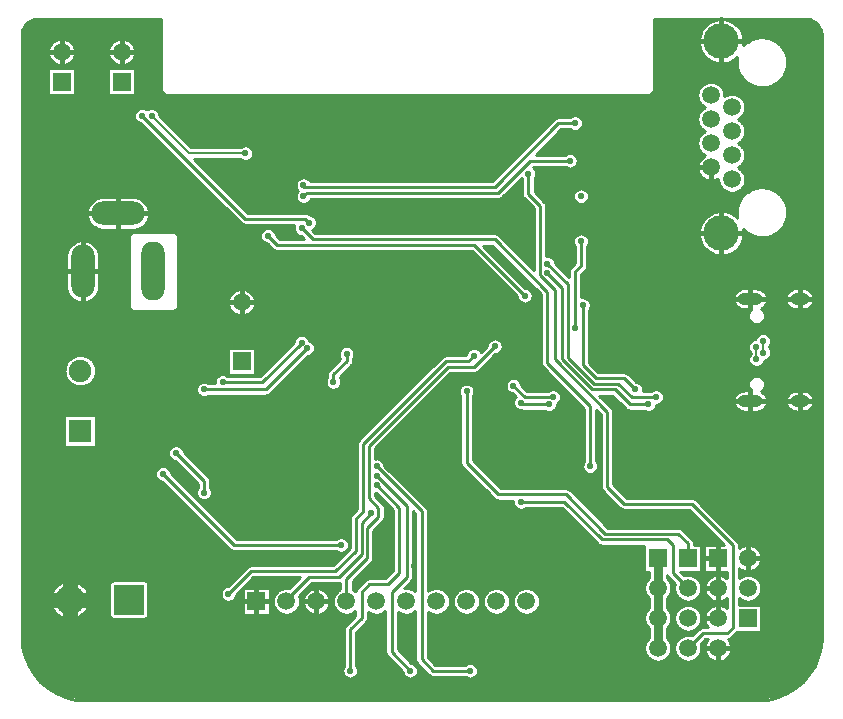
<source format=gbr>
G04 DipTrace 3.3.1.3*
G04 Bottom.gbr*
%MOIN*%
G04 #@! TF.FileFunction,Copper,L2,Bot*
G04 #@! TF.Part,Single*
%AMOUTLINE0*
4,1,4,
0.049213,-0.049213,
-0.049213,-0.049213,
-0.049213,0.049213,
0.049213,0.049213,
0.049213,-0.049213,
0*%
%AMOUTLINE9*
4,1,16,
-0.011811,0.019685,
-0.020352,0.017736,
-0.027201,0.012273,
-0.031003,0.00438,
-0.031003,-0.00438,
-0.027201,-0.012273,
-0.020352,-0.017736,
-0.011811,-0.019685,
0.011811,-0.019685,
0.020352,-0.017736,
0.027201,-0.012273,
0.031003,-0.00438,
0.031003,0.00438,
0.027201,0.012273,
0.020352,0.017736,
0.011811,0.019685,
-0.011811,0.019685,
0*%
%AMOUTLINE12*
4,1,16,
-0.021654,0.019685,
-0.030195,0.017736,
-0.037044,0.012273,
-0.040845,0.00438,
-0.040845,-0.00438,
-0.037044,-0.012273,
-0.030195,-0.017736,
-0.021654,-0.019685,
0.021654,-0.019685,
0.030195,-0.017736,
0.037044,-0.012273,
0.040845,-0.00438,
0.040845,0.00438,
0.037044,0.012273,
0.030195,0.017736,
0.021654,0.019685,
-0.021654,0.019685,
0*%
G04 #@! TA.AperFunction,CopperBalancing*
%ADD10C,0.01*%
G04 #@! TA.AperFunction,Conductor*
%ADD11C,0.006*%
G04 #@! TA.AperFunction,CopperBalancing*
%ADD14C,0.015*%
G04 #@! TA.AperFunction,Conductor*
%ADD15C,0.008*%
%ADD21C,0.03*%
G04 #@! TA.AperFunction,CopperBalancing*
%ADD22C,0.05*%
G04 #@! TA.AperFunction,ComponentPad*
%ADD26R,0.059055X0.059055*%
%ADD27C,0.059055*%
%ADD31R,0.074803X0.074803*%
%ADD32C,0.074803*%
%ADD38O,0.07874X0.19685*%
%ADD39O,0.07874X0.177165*%
%ADD40O,0.177165X0.07874*%
%ADD41C,0.098425*%
%ADD43C,0.11811*%
G04 #@! TA.AperFunction,ViaPad*
%ADD58C,0.022*%
G04 #@! TA.AperFunction,ComponentPad*
%ADD130OUTLINE0*%
%ADD139OUTLINE9*%
%ADD142OUTLINE12*%
%FSLAX26Y26*%
G04*
G70*
G90*
G75*
G01*
G04 Bottom*
%LPD*%
X912000Y356000D2*
D10*
Y362000D1*
X987500Y437500D1*
X1087500D1*
X1162500Y512500D1*
Y618751D1*
X1193749Y650000D1*
X1112500Y1181249D2*
Y1156249D1*
X1068751Y1112500D1*
Y1087500D1*
X968751Y1706249D2*
X981251Y1718749D1*
X1618749D1*
X1725000Y1825000D1*
X1856249D1*
X968751Y1743751D2*
Y1737500D1*
X1606251D1*
X1818751Y1950000D1*
X1875000D1*
X850000Y1575000D2*
X881249Y1543751D1*
X1537500D1*
X1706251Y1375000D1*
X1787500Y1012500D2*
X1700001D1*
X1693751Y1018751D1*
X1800000Y1037500D2*
X1706251D1*
X1668751Y1075000D1*
X1512500Y1056249D2*
Y818751D1*
X1618751Y712500D1*
X1843749D1*
X1975000Y581249D1*
X2218751D1*
X2250000Y550000D1*
Y500000D1*
X1693749Y687500D2*
X1837500D1*
X1962500Y562500D1*
X2181251D1*
X2200000Y543751D1*
Y450000D1*
X2250000Y400000D1*
Y200000D2*
X2300000Y250000D1*
X2381251D1*
X2400000Y268749D1*
Y543749D1*
X2262499Y681250D1*
X2037500D1*
X1981250Y737500D1*
Y987500D1*
X1806250Y1162500D1*
Y1393750D1*
X1756249Y1443751D1*
Y1675001D1*
X1718751Y1712500D1*
Y1781249D1*
X987500Y1618750D2*
X975000Y1631250D1*
X774999D1*
X431249Y1975000D1*
X775000Y1850000D2*
D15*
X587500D1*
X462500Y1975000D1*
X637500Y718751D2*
D10*
Y756251D1*
X543751Y850000D1*
X637500Y1062500D2*
X843750D1*
X981250Y1200000D1*
X1875000Y1268749D2*
Y1456249D1*
X1893751Y1475000D1*
Y1556251D1*
X2075000Y1062500D2*
X2037500Y1100000D1*
X1943750D1*
X1900000Y1143750D1*
Y1343751D1*
X1112000Y356000D2*
Y430751D1*
X1181249Y500000D1*
Y599999D1*
X1218751Y637500D1*
Y668749D1*
X1187500Y700000D1*
Y875000D1*
X1450000Y1137500D1*
X1537500D1*
X1606249Y1206249D1*
X1781251Y1450001D2*
X1831249Y1400002D1*
Y1162501D1*
X1931250Y1062500D1*
X2006249D1*
X2056249Y1012500D1*
X2118751D1*
X1781251Y1481250D2*
X1850000Y1412501D1*
Y1168750D1*
X1937501Y1081249D1*
X2018751D1*
X2062500Y1037500D1*
X2143751D1*
X718751Y381249D2*
X793751Y456249D1*
X1074999D1*
X1143749Y525000D1*
Y631249D1*
X1168749Y656249D1*
Y881248D1*
X1443751Y1156249D1*
X1518749D1*
X1537500Y1175000D1*
X2478126Y1162500D2*
D11*
Y1204291D1*
X2477424Y1204993D1*
X2501201Y1225000D2*
Y1184375D1*
X700000Y1087500D2*
D10*
X831250D1*
X962500Y1218750D1*
X2150000Y500000D2*
D21*
Y400000D1*
Y300000D1*
Y200000D1*
X500000Y781249D2*
D10*
X737499Y543751D1*
X1093751D1*
X1325000Y125000D2*
X1262500Y187500D1*
Y387500D1*
X1312500Y437500D1*
Y675000D1*
X1212500Y775000D1*
X1125000Y125000D2*
Y262500D1*
X1162500Y300000D1*
Y387500D1*
X1187500Y412500D1*
X1250000D1*
X1287500Y450000D1*
Y668751D1*
X1212500Y743751D1*
X1525000Y125000D2*
X1400000D1*
X1362500Y162500D1*
Y656251D1*
X1212500Y806251D1*
X962500Y1600000D2*
X1000000Y1562500D1*
X1606250D1*
X1781250Y1387500D1*
Y1150000D1*
X1925000Y1006250D1*
Y806250D1*
D58*
X2477424Y1204993D3*
X2501201Y1184375D3*
X2478126Y1162500D3*
X2501201Y1225000D3*
X2056251Y2037500D3*
X2137500Y1812500D3*
X2025000Y1925000D3*
X1800000Y1037500D3*
X2075000Y1062500D3*
X1893751Y1706251D3*
X1900000Y1343751D3*
X850000Y862500D3*
Y893749D3*
Y925000D3*
Y956251D3*
X887500Y587500D3*
X825000D3*
X931251Y650000D3*
X887500Y712500D3*
X975000D3*
X1537500Y1175000D3*
X943751Y912500D3*
X1256251Y600000D3*
Y562500D3*
Y525000D3*
X718751Y381249D3*
X1137500Y725000D3*
X1356249Y943751D3*
X1337500Y475000D3*
X1087500Y687500D3*
X1137500D3*
X575000Y1900000D3*
X731249Y2018749D3*
X837500Y2037500D3*
X2250000Y1300000D3*
X2212500Y1143749D3*
X2225000Y1437500D3*
X2087500D3*
X2062500Y1193749D3*
X2018751Y1243749D3*
Y1193749D3*
Y1150000D3*
X1968749Y1193749D3*
X2225000Y1337500D3*
X1418751Y162500D3*
X1618749D3*
X1218751D3*
X2156251Y1168749D3*
X1212500Y806251D3*
X2187500Y1887500D3*
X150000Y1750000D3*
X475000Y1837500D3*
X1750000Y1725000D3*
X875000Y2000000D3*
X2550000Y800000D3*
X2600000D3*
X2075000Y968749D3*
X2125000Y643749D3*
X2406249Y862500D3*
X1875000Y1268749D3*
X1893751Y1556251D3*
X1706251Y1375000D3*
X1668751Y1075000D3*
X887500Y981250D3*
X968751Y1743751D3*
Y1706249D3*
X1875000Y1950000D3*
X1856249Y1825000D3*
X850000Y1575000D3*
X918750Y981250D3*
X2187500Y1612500D3*
X1787500Y1012500D3*
X1212500Y775000D3*
Y743751D3*
X1125000Y125000D3*
X1325000D3*
X1525000D3*
X1193749Y650000D3*
X637500Y1062500D3*
X2118751Y1012500D3*
X2143751Y1037500D3*
X1781251Y1481250D3*
Y1450001D3*
X1081250Y1212500D3*
X1062500Y1237500D3*
X1700000Y2000000D3*
X1600000D3*
X987500Y1618750D3*
X1693749Y687500D3*
X1512500Y1056249D3*
X1781249Y1068749D3*
X1606249Y1206249D3*
X1718751Y1781249D3*
X1668751Y787500D3*
X1718751Y1068751D3*
X1718750Y1406250D3*
X1793751Y1543751D3*
X1850000D3*
X1950000Y1443751D3*
X1862500Y1775000D3*
X800000Y1737500D3*
X981249Y2000000D3*
X1725000Y1537500D3*
X75000Y2275000D3*
X50000Y1950000D3*
X43749Y1650000D3*
Y1475000D3*
Y1000000D3*
Y750000D3*
X50000Y450000D3*
Y200000D3*
X475000Y2275000D3*
Y2100000D3*
X600000Y2025000D3*
X337500Y1412500D3*
X200000Y50000D3*
X500000D3*
X762500D3*
X1075000D3*
X1400000D3*
X1700000D3*
X2000000D3*
X2300000D3*
X2550000D3*
X2675000Y250000D3*
Y550000D3*
X1100000Y2000000D3*
X2675000Y1150000D3*
Y1450000D3*
Y1750000D3*
Y2050000D3*
Y2250000D3*
X1225000Y2000000D3*
X1350000D3*
X1475000D3*
X1825000Y825000D3*
X2375000Y1350000D3*
Y1025000D3*
X2325000D3*
X1300000Y275000D3*
X1550000Y300000D3*
X2175000Y2275000D3*
X1300000Y825000D3*
X1587500Y475000D3*
X2512500Y2037500D3*
X1425000Y700000D3*
X1400000Y556251D3*
X1693751Y1018751D3*
X1618751Y1068751D3*
X775000Y1850000D3*
X962500Y1600000D3*
X462500Y1975000D3*
X431249D3*
X1068751Y1087500D3*
X1112500Y1181249D3*
X575000Y1018751D3*
X662500Y793751D3*
X962500Y1218750D3*
X700000Y1087500D3*
X587500Y750000D3*
X512500Y600000D3*
X400000Y787500D3*
X425000Y562500D3*
X637500Y718751D3*
X543751Y850000D3*
X981250Y1200000D3*
X500000Y781249D3*
X1093751Y543751D3*
X1406249Y1212500D3*
X400000Y912500D3*
X1925000Y806250D3*
X53973Y2289049D2*
D10*
X494004D1*
X2137254D2*
X2326816D1*
X2397098D2*
X2671035D1*
X43172Y2279180D2*
X494004D1*
X2137254D2*
X2312226D1*
X2411687D2*
X2681836D1*
X36531Y2269311D2*
X494004D1*
X2137254D2*
X2302754D1*
X2421160D2*
X2688476D1*
X32430Y2259442D2*
X494004D1*
X2137254D2*
X2296094D1*
X2427820D2*
X2692558D1*
X31023Y2249573D2*
X494004D1*
X2137254D2*
X2291445D1*
X2432469D2*
X2693984D1*
X30242Y2239705D2*
X494004D1*
X2137254D2*
X2288437D1*
X2435496D2*
X2694765D1*
X30242Y2229836D2*
X146465D1*
X178543D2*
X346465D1*
X378543D2*
X494004D1*
X2137254D2*
X2286836D1*
X2437098D2*
X2462383D1*
X2531629D2*
X2694765D1*
X30242Y2219967D2*
X130449D1*
X194558D2*
X330449D1*
X394558D2*
X494004D1*
X2137254D2*
X2286562D1*
X2437351D2*
X2445508D1*
X2548504D2*
X2694765D1*
X30242Y2210098D2*
X122676D1*
X202332D2*
X322676D1*
X402332D2*
X494004D1*
X2137254D2*
X2287617D1*
X2559441D2*
X2694765D1*
X30242Y2200230D2*
X118418D1*
X206590D2*
X318418D1*
X406590D2*
X494004D1*
X2137254D2*
X2290039D1*
X2567312D2*
X2694765D1*
X30242Y2190361D2*
X116660D1*
X208328D2*
X316660D1*
X408328D2*
X494004D1*
X2137254D2*
X2293984D1*
X2573094D2*
X2694765D1*
X30242Y2180492D2*
X117129D1*
X207879D2*
X317129D1*
X407879D2*
X494004D1*
X2137254D2*
X2299746D1*
X2577234D2*
X2694765D1*
X30242Y2170623D2*
X119863D1*
X205144D2*
X319863D1*
X405144D2*
X494004D1*
X2137254D2*
X2307930D1*
X2580008D2*
X2694765D1*
X30242Y2160755D2*
X125410D1*
X199598D2*
X325410D1*
X399598D2*
X494004D1*
X2137254D2*
X2319922D1*
X2403992D2*
X2412480D1*
X2581512D2*
X2694765D1*
X30242Y2150886D2*
X135469D1*
X189539D2*
X335469D1*
X389539D2*
X494004D1*
X2137254D2*
X2341992D1*
X2381941D2*
X2412148D1*
X2581844D2*
X2694765D1*
X30242Y2141017D2*
X494004D1*
X2137254D2*
X2412988D1*
X2581004D2*
X2694765D1*
X30242Y2131148D2*
X116582D1*
X208426D2*
X316582D1*
X408426D2*
X494004D1*
X2137254D2*
X2415019D1*
X2578973D2*
X2694765D1*
X30242Y2121280D2*
X116582D1*
X208426D2*
X316582D1*
X408426D2*
X494004D1*
X2137254D2*
X2418359D1*
X2575633D2*
X2694765D1*
X30242Y2111411D2*
X116582D1*
X208426D2*
X316582D1*
X408426D2*
X494004D1*
X2137254D2*
X2423164D1*
X2570828D2*
X2694765D1*
X30242Y2101542D2*
X116582D1*
X208426D2*
X316582D1*
X408426D2*
X494004D1*
X2137254D2*
X2429765D1*
X2564226D2*
X2694765D1*
X30242Y2091673D2*
X116582D1*
X208426D2*
X316582D1*
X408426D2*
X494004D1*
X2137254D2*
X2438789D1*
X2555223D2*
X2694765D1*
X30242Y2081804D2*
X116582D1*
X208426D2*
X316582D1*
X408426D2*
X494004D1*
X2137254D2*
X2302363D1*
X2351492D2*
X2451660D1*
X2542332D2*
X2694765D1*
X30242Y2071936D2*
X116582D1*
X208426D2*
X316582D1*
X408426D2*
X494004D1*
X2137254D2*
X2291094D1*
X2362742D2*
X2474492D1*
X2519519D2*
X2694765D1*
X30242Y2062067D2*
X116582D1*
X208426D2*
X316582D1*
X408426D2*
X494004D1*
X2137254D2*
X2284980D1*
X2368855D2*
X2694765D1*
X30242Y2052198D2*
X116582D1*
X208426D2*
X316582D1*
X408426D2*
X497363D1*
X2133894D2*
X2281836D1*
X2372000D2*
X2694765D1*
X30242Y2042329D2*
X2281015D1*
X2420418D2*
X2694765D1*
X30242Y2032461D2*
X2282383D1*
X2432254D2*
X2694765D1*
X30242Y2022592D2*
X2286191D1*
X2438621D2*
X2694765D1*
X30242Y2012723D2*
X2293242D1*
X2441941D2*
X2694765D1*
X30242Y2002854D2*
X2304726D1*
X2442918D2*
X2694765D1*
X30242Y1992986D2*
X410918D1*
X482820D2*
X2292246D1*
X2441707D2*
X2694765D1*
X30242Y1983117D2*
X405137D1*
X488621D2*
X2285625D1*
X2438094D2*
X2694765D1*
X30242Y1973248D2*
X403906D1*
X492683D2*
X1861484D1*
X1888504D2*
X2282129D1*
X2431316D2*
X2694765D1*
X30242Y1963379D2*
X406543D1*
X502566D2*
X1802285D1*
X1898758D2*
X2280996D1*
X2418426D2*
X2694765D1*
X30242Y1953510D2*
X414922D1*
X512430D2*
X1792402D1*
X1902156D2*
X2282051D1*
X2431043D2*
X2694765D1*
X30242Y1943642D2*
X432754D1*
X522293D2*
X1782539D1*
X1901629D2*
X2285488D1*
X2437937D2*
X2694765D1*
X30242Y1933773D2*
X442617D1*
X532156D2*
X1772676D1*
X1896824D2*
X2292012D1*
X2441629D2*
X2694765D1*
X30242Y1923904D2*
X452500D1*
X542039D2*
X1762812D1*
X1822508D2*
X1870000D1*
X1879991D2*
X2304199D1*
X2442918D2*
X2694765D1*
X30242Y1914035D2*
X462363D1*
X551902D2*
X1752930D1*
X1812644D2*
X2293515D1*
X2442000D2*
X2694765D1*
X30242Y1904167D2*
X472226D1*
X561765D2*
X1743066D1*
X1802762D2*
X2286328D1*
X2438758D2*
X2694765D1*
X30242Y1894298D2*
X482109D1*
X571629D2*
X1733203D1*
X1792898D2*
X2282461D1*
X2432508D2*
X2694765D1*
X30242Y1884429D2*
X491973D1*
X581512D2*
X1723320D1*
X1783035D2*
X2281015D1*
X2420906D2*
X2694765D1*
X30242Y1874560D2*
X501836D1*
X591375D2*
X764316D1*
X785691D2*
X1713457D1*
X1773152D2*
X2281777D1*
X2429734D2*
X2694765D1*
X30242Y1864692D2*
X511699D1*
X797937D2*
X1703594D1*
X1763289D2*
X2284863D1*
X2437215D2*
X2694765D1*
X30242Y1854823D2*
X521582D1*
X801961D2*
X1693730D1*
X1753426D2*
X2290859D1*
X2441277D2*
X2694765D1*
X30242Y1844954D2*
X531445D1*
X801922D2*
X1683848D1*
X1874539D2*
X2301894D1*
X2442879D2*
X2694765D1*
X30242Y1835085D2*
X541308D1*
X797781D2*
X1673984D1*
X1881648D2*
X2294883D1*
X2442273D2*
X2694765D1*
X30242Y1825217D2*
X551191D1*
X610887D2*
X764902D1*
X785105D2*
X1664121D1*
X1883640D2*
X2287090D1*
X2439363D2*
X2694765D1*
X30242Y1815348D2*
X561055D1*
X620750D2*
X1654258D1*
X1881824D2*
X2282832D1*
X2433601D2*
X2694765D1*
X30242Y1805479D2*
X570918D1*
X630613D2*
X1644375D1*
X1875027D2*
X2281094D1*
X2423074D2*
X2694765D1*
X30242Y1795610D2*
X580781D1*
X640496D2*
X1634512D1*
X1741902D2*
X2281543D1*
X2428308D2*
X2694765D1*
X30242Y1785741D2*
X590664D1*
X650359D2*
X1624648D1*
X1745769D2*
X2284277D1*
X2436414D2*
X2694765D1*
X30242Y1775873D2*
X600527D1*
X660223D2*
X1614765D1*
X1745594D2*
X2289805D1*
X2440867D2*
X2694765D1*
X30242Y1766004D2*
X610390D1*
X670086D2*
X953555D1*
X983953D2*
X1604902D1*
X1741297D2*
X2299863D1*
X2442781D2*
X2694765D1*
X30242Y1756135D2*
X620273D1*
X679969D2*
X944433D1*
X1685984D2*
X1697344D1*
X1740144D2*
X2351523D1*
X2442488D2*
X2694765D1*
X30242Y1746266D2*
X630137D1*
X689832D2*
X941465D1*
X1676121D2*
X1697344D1*
X1740144D2*
X2354082D1*
X2439910D2*
X2694765D1*
X30242Y1736398D2*
X640000D1*
X699695D2*
X942402D1*
X1666238D2*
X1697344D1*
X1740144D2*
X2359394D1*
X2434598D2*
X2487090D1*
X2506902D2*
X2694765D1*
X30242Y1726529D2*
X649863D1*
X709578D2*
X947734D1*
X1656375D2*
X1697344D1*
X1740144D2*
X1875840D1*
X1911648D2*
X2369023D1*
X2424988D2*
X2455644D1*
X2538348D2*
X2694765D1*
X30242Y1716660D2*
X659746D1*
X719441D2*
X943496D1*
X1646512D2*
X1697344D1*
X1744441D2*
X1868496D1*
X1919012D2*
X2441387D1*
X2552605D2*
X2694765D1*
X30242Y1706791D2*
X669609D1*
X729305D2*
X941348D1*
X1636648D2*
X1698164D1*
X1754305D2*
X1866348D1*
X1921140D2*
X2431640D1*
X2562351D2*
X2694765D1*
X30242Y1696923D2*
X273613D1*
X427664D2*
X679473D1*
X739168D2*
X943047D1*
X994441D2*
X1704473D1*
X1764187D2*
X1868047D1*
X1919441D2*
X2424551D1*
X2569441D2*
X2694765D1*
X30242Y1687054D2*
X260879D1*
X440398D2*
X689336D1*
X749051D2*
X949629D1*
X987879D2*
X1714355D1*
X1773699D2*
X1874629D1*
X1912879D2*
X2419355D1*
X2574656D2*
X2694765D1*
X30242Y1677185D2*
X253359D1*
X447918D2*
X699219D1*
X758914D2*
X1724219D1*
X1777527D2*
X2415683D1*
X2578308D2*
X2694765D1*
X30242Y1667316D2*
X248750D1*
X452527D2*
X709082D1*
X768777D2*
X1734082D1*
X1777644D2*
X2413359D1*
X2580633D2*
X2694765D1*
X30242Y1657448D2*
X246289D1*
X454988D2*
X718945D1*
X778660D2*
X1734844D1*
X1777644D2*
X2356640D1*
X2367293D2*
X2412246D1*
X2581746D2*
X2694765D1*
X30242Y1647579D2*
X245683D1*
X455594D2*
X728828D1*
X988230D2*
X1734844D1*
X1777644D2*
X2323691D1*
X2400223D2*
X2412305D1*
X2581687D2*
X2694765D1*
X30242Y1637710D2*
X246875D1*
X454402D2*
X738691D1*
X1006863D2*
X1734844D1*
X1777644D2*
X2310332D1*
X2580457D2*
X2694765D1*
X30242Y1627841D2*
X249980D1*
X451297D2*
X748555D1*
X1013289D2*
X1734844D1*
X1777644D2*
X2301426D1*
X2578015D2*
X2694765D1*
X30242Y1617972D2*
X255410D1*
X445867D2*
X758418D1*
X1014890D2*
X1734844D1*
X1777644D2*
X2295176D1*
X2574207D2*
X2694765D1*
X30242Y1608104D2*
X264180D1*
X437098D2*
X936367D1*
X1012664D2*
X1734844D1*
X1777644D2*
X2290820D1*
X2568836D2*
X2694765D1*
X30242Y1598235D2*
X280273D1*
X421004D2*
X836465D1*
X863543D2*
X935156D1*
X1005125D2*
X1734844D1*
X1777644D2*
X2288047D1*
X2561531D2*
X2694765D1*
X30242Y1588366D2*
X401348D1*
X536160D2*
X826230D1*
X873758D2*
X937793D1*
X1003992D2*
X1734844D1*
X1777644D2*
X2286699D1*
X2437234D2*
X2442561D1*
X2551453D2*
X2694765D1*
X30242Y1578497D2*
X387793D1*
X549715D2*
X822832D1*
X877176D2*
X946191D1*
X1619910D2*
X1734844D1*
X1777644D2*
X1878535D1*
X1908973D2*
X2286640D1*
X2437273D2*
X2457480D1*
X2536512D2*
X2694765D1*
X30242Y1568629D2*
X385254D1*
X552254D2*
X823379D1*
X886219D2*
X964023D1*
X1629969D2*
X1734844D1*
X1777644D2*
X1869433D1*
X1918074D2*
X2287930D1*
X2435984D2*
X2694765D1*
X30242Y1558760D2*
X218906D1*
X246140D2*
X385254D1*
X552254D2*
X828183D1*
X1639832D2*
X1734844D1*
X1777644D2*
X1866465D1*
X1921023D2*
X2290605D1*
X2433328D2*
X2694765D1*
X30242Y1548891D2*
X198164D1*
X266902D2*
X385254D1*
X552254D2*
X845098D1*
X1649715D2*
X1734844D1*
X1777644D2*
X1867402D1*
X1920105D2*
X2294844D1*
X2429090D2*
X2694765D1*
X30242Y1539022D2*
X188242D1*
X276805D2*
X385254D1*
X552254D2*
X856133D1*
X1572078D2*
X1599883D1*
X1659578D2*
X1734844D1*
X1777644D2*
X1872344D1*
X1915144D2*
X2300976D1*
X2422957D2*
X2694765D1*
X30242Y1529154D2*
X182148D1*
X282918D2*
X385254D1*
X552254D2*
X865996D1*
X1581941D2*
X1609746D1*
X1669441D2*
X1734844D1*
X1777644D2*
X1872344D1*
X1915144D2*
X2309668D1*
X2414265D2*
X2694765D1*
X30242Y1519285D2*
X178535D1*
X286531D2*
X385254D1*
X552254D2*
X1532109D1*
X1591824D2*
X1619609D1*
X1679324D2*
X1734844D1*
X1777644D2*
X1872344D1*
X1915144D2*
X2322637D1*
X2401277D2*
X2694765D1*
X30242Y1509416D2*
X176894D1*
X288152D2*
X385254D1*
X552254D2*
X1541992D1*
X1601687D2*
X1629492D1*
X1689187D2*
X1734844D1*
X1777644D2*
X1872344D1*
X1915144D2*
X2350390D1*
X2373523D2*
X2694765D1*
X30242Y1499547D2*
X176758D1*
X288308D2*
X385254D1*
X552254D2*
X1551855D1*
X1611551D2*
X1639355D1*
X1699051D2*
X1734844D1*
X1801277D2*
X1872344D1*
X1915144D2*
X2694765D1*
X30242Y1489678D2*
X176758D1*
X288308D2*
X385254D1*
X552254D2*
X1561719D1*
X1621414D2*
X1649219D1*
X1708914D2*
X1734844D1*
X1807273D2*
X1872344D1*
X1915144D2*
X2694765D1*
X30242Y1479810D2*
X176758D1*
X288308D2*
X385254D1*
X552254D2*
X1571582D1*
X1631297D2*
X1659082D1*
X1718797D2*
X1734844D1*
X1812547D2*
X1868711D1*
X1915144D2*
X2694765D1*
X30242Y1469941D2*
X176758D1*
X288308D2*
X385254D1*
X552254D2*
X1581465D1*
X1641160D2*
X1668965D1*
X1728660D2*
X1734844D1*
X1822410D2*
X1858887D1*
X1914519D2*
X2694765D1*
X30242Y1460072D2*
X176758D1*
X288308D2*
X385254D1*
X552254D2*
X1591328D1*
X1651023D2*
X1678828D1*
X1832273D2*
X1853965D1*
X1908680D2*
X2694765D1*
X30242Y1450203D2*
X176758D1*
X288308D2*
X385254D1*
X552254D2*
X1601191D1*
X1660906D2*
X1688691D1*
X1842156D2*
X1853594D1*
X1898797D2*
X2694765D1*
X30242Y1440335D2*
X176758D1*
X288308D2*
X385254D1*
X552254D2*
X1611074D1*
X1670769D2*
X1698574D1*
X1896394D2*
X2694765D1*
X30242Y1430466D2*
X176758D1*
X288308D2*
X385254D1*
X552254D2*
X1620937D1*
X1680633D2*
X1708437D1*
X1896394D2*
X2694765D1*
X30242Y1420597D2*
X176758D1*
X288308D2*
X385254D1*
X552254D2*
X1630801D1*
X1690496D2*
X1718301D1*
X1896394D2*
X2694765D1*
X30242Y1410728D2*
X176758D1*
X288308D2*
X385254D1*
X552254D2*
X1640664D1*
X1700379D2*
X1728164D1*
X1896394D2*
X2694765D1*
X30242Y1400860D2*
X177109D1*
X287957D2*
X385254D1*
X552254D2*
X1650547D1*
X1712566D2*
X1738047D1*
X1896394D2*
X2694765D1*
X30242Y1390991D2*
X179160D1*
X285887D2*
X385254D1*
X552254D2*
X737363D1*
X787644D2*
X1660410D1*
X1728250D2*
X1747910D1*
X1896394D2*
X2413789D1*
X2502566D2*
X2588203D1*
X2657293D2*
X2694765D1*
X30242Y1381122D2*
X183281D1*
X281785D2*
X385254D1*
X552254D2*
X726387D1*
X798621D2*
X1670273D1*
X1732937D2*
X1757773D1*
X1896394D2*
X2405351D1*
X2511023D2*
X2579746D1*
X2665750D2*
X2694765D1*
X30242Y1371253D2*
X190058D1*
X274988D2*
X385254D1*
X552254D2*
X720410D1*
X804598D2*
X1679121D1*
X1733387D2*
X1759844D1*
X1896394D2*
X2401191D1*
X2515164D2*
X2575605D1*
X2669890D2*
X2694765D1*
X30242Y1361385D2*
X201269D1*
X263777D2*
X385254D1*
X552254D2*
X717344D1*
X807664D2*
X1682637D1*
X1729871D2*
X1759844D1*
X1920652D2*
X2400937D1*
X2515418D2*
X2575351D1*
X2670144D2*
X2694765D1*
X30242Y1351516D2*
X385254D1*
X552254D2*
X716601D1*
X808406D2*
X1693183D1*
X1719305D2*
X1759844D1*
X1926238D2*
X2403183D1*
X2513172D2*
X2577598D1*
X2667898D2*
X2694765D1*
X30242Y1341647D2*
X385351D1*
X552137D2*
X718066D1*
X806941D2*
X1759844D1*
X1927312D2*
X2408555D1*
X2507801D2*
X2582969D1*
X2662527D2*
X2694765D1*
X30242Y1331778D2*
X389238D1*
X548269D2*
X721953D1*
X803055D2*
X1759844D1*
X1924519D2*
X2421992D1*
X2494851D2*
X2596387D1*
X2649109D2*
X2694765D1*
X30242Y1321909D2*
X729160D1*
X795828D2*
X1759844D1*
X1921394D2*
X2453652D1*
X2504441D2*
X2694765D1*
X30242Y1312041D2*
X743262D1*
X781746D2*
X1759844D1*
X1921394D2*
X2450176D1*
X2507918D2*
X2694765D1*
X30242Y1302172D2*
X1759844D1*
X1921394D2*
X2450410D1*
X2507683D2*
X2694765D1*
X30242Y1292303D2*
X1759844D1*
X1921394D2*
X2454473D1*
X2503621D2*
X2694765D1*
X30242Y1282434D2*
X1759844D1*
X1921394D2*
X2465703D1*
X2492410D2*
X2694765D1*
X30242Y1272566D2*
X1759844D1*
X1921394D2*
X2694765D1*
X30242Y1262697D2*
X1759844D1*
X1921394D2*
X2694765D1*
X30242Y1252828D2*
X1759844D1*
X1921394D2*
X2694765D1*
X30242Y1242959D2*
X950976D1*
X974031D2*
X1759844D1*
X1921394D2*
X2480859D1*
X2521551D2*
X2694765D1*
X30242Y1233091D2*
X939336D1*
X985672D2*
X1759844D1*
X1921394D2*
X2475078D1*
X2527332D2*
X2694765D1*
X30242Y1223222D2*
X935488D1*
X994812D2*
X1585019D1*
X1627469D2*
X1759844D1*
X1921394D2*
X2457324D1*
X2528543D2*
X2694765D1*
X30242Y1213353D2*
X927246D1*
X1005027D2*
X1579824D1*
X1632683D2*
X1759844D1*
X1921394D2*
X2451387D1*
X2525887D2*
X2694765D1*
X30242Y1203484D2*
X917383D1*
X1008426D2*
X1097265D1*
X1127742D2*
X1573633D1*
X1633504D2*
X1759844D1*
X1921394D2*
X2450058D1*
X2520594D2*
X2694765D1*
X30242Y1193615D2*
X716582D1*
X808426D2*
X907519D1*
X1007859D2*
X1088183D1*
X1136824D2*
X1517773D1*
X1557215D2*
X1563769D1*
X1630437D2*
X1759844D1*
X1921394D2*
X2452598D1*
X2526922D2*
X2694765D1*
X30242Y1183747D2*
X716582D1*
X808426D2*
X897656D1*
X1003055D2*
X1085215D1*
X1139773D2*
X1511582D1*
X1621062D2*
X1759844D1*
X1921394D2*
X2458730D1*
X2528601D2*
X2694765D1*
X30242Y1173878D2*
X204023D1*
X245965D2*
X716582D1*
X808426D2*
X887773D1*
X986062D2*
X1086152D1*
X1138855D2*
X1432480D1*
X1603719D2*
X1759844D1*
X1921394D2*
X2453301D1*
X2526433D2*
X2694765D1*
X30242Y1164009D2*
X188418D1*
X261590D2*
X716582D1*
X808426D2*
X877910D1*
X975105D2*
X1090410D1*
X1133894D2*
X1421660D1*
X1593855D2*
X1759844D1*
X1921394D2*
X2450762D1*
X2518992D2*
X2694765D1*
X30242Y1154140D2*
X179961D1*
X270027D2*
X716582D1*
X808426D2*
X868047D1*
X965242D2*
X1080547D1*
X1133797D2*
X1411797D1*
X1583992D2*
X1759844D1*
X1921394D2*
X2452090D1*
X2504168D2*
X2694765D1*
X30242Y1144272D2*
X174844D1*
X275164D2*
X716582D1*
X808426D2*
X858164D1*
X955379D2*
X1070664D1*
X1130008D2*
X1401914D1*
X1574129D2*
X1760664D1*
X1929324D2*
X2458027D1*
X2498230D2*
X2694765D1*
X30242Y1134403D2*
X172051D1*
X277957D2*
X716582D1*
X808426D2*
X848301D1*
X945496D2*
X1060801D1*
X1120496D2*
X1392051D1*
X1564246D2*
X1766992D1*
X1939207D2*
X2694765D1*
X30242Y1124534D2*
X171191D1*
X278797D2*
X716582D1*
X808426D2*
X838437D1*
X935633D2*
X1051269D1*
X1110633D2*
X1382187D1*
X1554383D2*
X1776875D1*
X1949070D2*
X2694765D1*
X30242Y1114665D2*
X172226D1*
X277781D2*
X716582D1*
X808426D2*
X828574D1*
X925769D2*
X1047461D1*
X1100769D2*
X1372324D1*
X1457019D2*
X1786738D1*
X2052683D2*
X2694765D1*
X30242Y1104797D2*
X175215D1*
X274793D2*
X679062D1*
X915906D2*
X1047344D1*
X1090906D2*
X1362441D1*
X1447156D2*
X1796601D1*
X2062547D2*
X2464238D1*
X2493875D2*
X2694765D1*
X30242Y1094928D2*
X180605D1*
X269402D2*
X673672D1*
X906023D2*
X1042422D1*
X1095086D2*
X1352578D1*
X1437273D2*
X1650430D1*
X1687058D2*
X1806465D1*
X2072430D2*
X2453984D1*
X2504109D2*
X2694765D1*
X30242Y1085059D2*
X189473D1*
X260535D2*
X622793D1*
X652215D2*
X672715D1*
X896160D2*
X1041465D1*
X1096043D2*
X1342715D1*
X1427410D2*
X1643340D1*
X1694168D2*
X1816348D1*
X2089715D2*
X2450273D1*
X2507820D2*
X2694765D1*
X30242Y1075190D2*
X206484D1*
X243523D2*
X613359D1*
X886297D2*
X1044394D1*
X1093113D2*
X1332832D1*
X1417547D2*
X1493105D1*
X1531883D2*
X1641348D1*
X1698406D2*
X1826211D1*
X2099148D2*
X2450312D1*
X2507801D2*
X2694765D1*
X30242Y1065322D2*
X610254D1*
X876414D2*
X1053437D1*
X1084070D2*
X1322969D1*
X1407664D2*
X1486699D1*
X1538289D2*
X1643183D1*
X1708289D2*
X1836074D1*
X2102254D2*
X2454121D1*
X2503992D2*
X2694765D1*
X30242Y1055453D2*
X611055D1*
X866551D2*
X1313105D1*
X1397801D2*
X1485117D1*
X1539890D2*
X1650000D1*
X1820359D2*
X1845957D1*
X2164109D2*
X2420137D1*
X2496219D2*
X2594551D1*
X2650945D2*
X2694765D1*
X30242Y1045584D2*
X616230D1*
X856160D2*
X1303242D1*
X1387937D2*
X1487344D1*
X1537644D2*
X1668320D1*
X1826140D2*
X1855820D1*
X2169890D2*
X2407930D1*
X2508426D2*
X2582344D1*
X2663152D2*
X2694765D1*
X30242Y1035715D2*
X1293359D1*
X1378074D2*
X1491094D1*
X1533894D2*
X1672519D1*
X1827332D2*
X1865683D1*
X1962879D2*
X2003183D1*
X2171082D2*
X2402812D1*
X2513543D2*
X2577226D1*
X2668269D2*
X2694765D1*
X30242Y1025846D2*
X1283496D1*
X1368191D2*
X1491094D1*
X1533894D2*
X1667324D1*
X1824695D2*
X1875547D1*
X1972762D2*
X2013047D1*
X2168445D2*
X2400937D1*
X2515418D2*
X2575351D1*
X2670144D2*
X2694765D1*
X30242Y1015978D2*
X1273633D1*
X1358328D2*
X1491094D1*
X1533894D2*
X1666504D1*
X1816297D2*
X1885430D1*
X1982625D2*
X2022930D1*
X2160047D2*
X2401348D1*
X2515008D2*
X2575762D1*
X2669734D2*
X2694765D1*
X30242Y1006109D2*
X1263769D1*
X1348465D2*
X1491094D1*
X1533894D2*
X1669570D1*
X1814109D2*
X1895293D1*
X1992488D2*
X2032793D1*
X2145359D2*
X2405723D1*
X2510652D2*
X2580117D1*
X2665379D2*
X2694765D1*
X30242Y996240D2*
X1253887D1*
X1338582D2*
X1491094D1*
X1533894D2*
X1678965D1*
X1809305D2*
X1903594D1*
X2000691D2*
X2042930D1*
X2140555D2*
X2414765D1*
X2501609D2*
X2589160D1*
X2656336D2*
X2694765D1*
X30242Y986371D2*
X1244023D1*
X1328719D2*
X1491094D1*
X1533894D2*
X1782715D1*
X1792273D2*
X1903594D1*
X1946394D2*
X1952525D1*
X2002644D2*
X2113984D1*
X2123516D2*
X2694765D1*
X30242Y976503D2*
X171191D1*
X278797D2*
X1234160D1*
X1318855D2*
X1491094D1*
X1533894D2*
X1903594D1*
X1946394D2*
X1959844D1*
X2002644D2*
X2694765D1*
X30242Y966634D2*
X171191D1*
X278797D2*
X1224277D1*
X1308992D2*
X1491094D1*
X1533894D2*
X1903594D1*
X1946394D2*
X1959844D1*
X2002644D2*
X2694765D1*
X30242Y956765D2*
X171191D1*
X278797D2*
X1214414D1*
X1299109D2*
X1491094D1*
X1533894D2*
X1903594D1*
X1946394D2*
X1959844D1*
X2002644D2*
X2694765D1*
X30242Y946896D2*
X171191D1*
X278797D2*
X1204551D1*
X1289246D2*
X1491094D1*
X1533894D2*
X1903594D1*
X1946394D2*
X1959844D1*
X2002644D2*
X2694765D1*
X30242Y937028D2*
X171191D1*
X278797D2*
X1194687D1*
X1279383D2*
X1491094D1*
X1533894D2*
X1903594D1*
X1946394D2*
X1959844D1*
X2002644D2*
X2694765D1*
X30242Y927159D2*
X171191D1*
X278797D2*
X1184805D1*
X1269500D2*
X1491094D1*
X1533894D2*
X1903594D1*
X1946394D2*
X1959844D1*
X2002644D2*
X2694765D1*
X30242Y917290D2*
X171191D1*
X278797D2*
X1174941D1*
X1259637D2*
X1491094D1*
X1533894D2*
X1903594D1*
X1946394D2*
X1959844D1*
X2002644D2*
X2694765D1*
X30242Y907421D2*
X171191D1*
X278797D2*
X1165078D1*
X1249773D2*
X1491094D1*
X1533894D2*
X1903594D1*
X1946394D2*
X1959844D1*
X2002644D2*
X2694765D1*
X30242Y897552D2*
X171191D1*
X278797D2*
X1155195D1*
X1239910D2*
X1491094D1*
X1533894D2*
X1903594D1*
X1946394D2*
X1959844D1*
X2002644D2*
X2694765D1*
X30242Y887684D2*
X171191D1*
X278797D2*
X1148398D1*
X1230027D2*
X1491094D1*
X1533894D2*
X1903594D1*
X1946394D2*
X1959844D1*
X2002644D2*
X2694765D1*
X30242Y877815D2*
X171191D1*
X278797D2*
X1147344D1*
X1220164D2*
X1491094D1*
X1533894D2*
X1903594D1*
X1946394D2*
X1959844D1*
X2002644D2*
X2694765D1*
X30242Y867946D2*
X523379D1*
X564109D2*
X1147344D1*
X1210301D2*
X1491094D1*
X1533894D2*
X1903594D1*
X1946394D2*
X1959844D1*
X2002644D2*
X2694765D1*
X30242Y858077D2*
X517617D1*
X569890D2*
X1147344D1*
X1208894D2*
X1491094D1*
X1533894D2*
X1903594D1*
X1946394D2*
X1959844D1*
X2002644D2*
X2694765D1*
X30242Y848209D2*
X516406D1*
X575398D2*
X1147344D1*
X1208894D2*
X1491094D1*
X1533894D2*
X1903594D1*
X1946394D2*
X1959844D1*
X2002644D2*
X2694765D1*
X30242Y838340D2*
X519062D1*
X585262D2*
X1147344D1*
X1208894D2*
X1491094D1*
X1533894D2*
X1903594D1*
X1946394D2*
X1959844D1*
X2002644D2*
X2694765D1*
X30242Y828471D2*
X527480D1*
X595125D2*
X1147344D1*
X1227762D2*
X1491094D1*
X1533894D2*
X1903594D1*
X1946394D2*
X1959844D1*
X2002644D2*
X2694765D1*
X30242Y818602D2*
X545293D1*
X605008D2*
X1147344D1*
X1236824D2*
X1491094D1*
X1542508D2*
X1900664D1*
X1949324D2*
X1959844D1*
X2002644D2*
X2694765D1*
X30242Y808734D2*
X555176D1*
X614871D2*
X1147344D1*
X1239871D2*
X1493730D1*
X1552371D2*
X1897715D1*
X1952273D2*
X1959844D1*
X2002644D2*
X2694765D1*
X30242Y798865D2*
X479336D1*
X520672D2*
X565039D1*
X624734D2*
X1147344D1*
X1249734D2*
X1502539D1*
X1562234D2*
X1898652D1*
X1951355D2*
X1959844D1*
X2002644D2*
X2694765D1*
X30242Y788996D2*
X473769D1*
X526238D2*
X574902D1*
X634598D2*
X1147344D1*
X1259598D2*
X1512402D1*
X1572098D2*
X1904023D1*
X1945984D2*
X1959844D1*
X2002644D2*
X2694765D1*
X30242Y779127D2*
X472695D1*
X531980D2*
X584765D1*
X644480D2*
X1147344D1*
X1269480D2*
X1522265D1*
X1581980D2*
X1959844D1*
X2002644D2*
X2694765D1*
X30242Y769259D2*
X475488D1*
X541844D2*
X594648D1*
X654207D2*
X1147344D1*
X1279344D2*
X1532148D1*
X1591844D2*
X1959844D1*
X2002644D2*
X2694765D1*
X30242Y759390D2*
X484199D1*
X551707D2*
X604512D1*
X658660D2*
X1147344D1*
X1289207D2*
X1542012D1*
X1601707D2*
X1959844D1*
X2002644D2*
X2694765D1*
X30242Y749521D2*
X501875D1*
X561570D2*
X614375D1*
X658894D2*
X1147344D1*
X1299070D2*
X1551875D1*
X1611570D2*
X1959844D1*
X2002644D2*
X2694765D1*
X30242Y739652D2*
X511738D1*
X571453D2*
X616094D1*
X658894D2*
X1147344D1*
X1308953D2*
X1561758D1*
X1621453D2*
X1959844D1*
X2008953D2*
X2694765D1*
X30242Y729783D2*
X521621D1*
X581316D2*
X612519D1*
X662488D2*
X1147344D1*
X1318816D2*
X1571621D1*
X1855594D2*
X1961367D1*
X2018816D2*
X2694765D1*
X30242Y719915D2*
X531484D1*
X591180D2*
X610117D1*
X664871D2*
X1147344D1*
X1328680D2*
X1581484D1*
X1866180D2*
X1968984D1*
X2028680D2*
X2694765D1*
X30242Y710046D2*
X541348D1*
X601062D2*
X611582D1*
X663426D2*
X1147344D1*
X1208894D2*
X1216348D1*
X1338562D2*
X1591348D1*
X1876062D2*
X1978848D1*
X2038562D2*
X2694765D1*
X30242Y700177D2*
X551230D1*
X610926D2*
X617742D1*
X657254D2*
X1147344D1*
X1217176D2*
X1226230D1*
X1348426D2*
X1601230D1*
X1885926D2*
X1988730D1*
X2271101D2*
X2694765D1*
X30242Y690308D2*
X561094D1*
X620789D2*
X1147344D1*
X1227039D2*
X1236094D1*
X1358289D2*
X1666504D1*
X1895789D2*
X1998594D1*
X2283289D2*
X2694765D1*
X30242Y680440D2*
X570957D1*
X630652D2*
X1147344D1*
X1236473D2*
X1245957D1*
X1368152D2*
X1667305D1*
X1905652D2*
X2008457D1*
X2293152D2*
X2694765D1*
X30242Y670571D2*
X580820D1*
X640535D2*
X1147344D1*
X1240066D2*
X1255820D1*
X1378035D2*
X1672500D1*
X1915535D2*
X2018320D1*
X2303035D2*
X2694765D1*
X30242Y660702D2*
X590703D1*
X650398D2*
X1143359D1*
X1240144D2*
X1265703D1*
X1383406D2*
X1834453D1*
X1925398D2*
X2253203D1*
X2312898D2*
X2694765D1*
X30242Y650833D2*
X600566D1*
X660262D2*
X1133476D1*
X1240144D2*
X1266094D1*
X1383894D2*
X1844316D1*
X1935262D2*
X2263066D1*
X2322762D2*
X2694765D1*
X30242Y640965D2*
X610430D1*
X670144D2*
X1124805D1*
X1240144D2*
X1266094D1*
X1333894D2*
X1341094D1*
X1383894D2*
X1854180D1*
X1945144D2*
X2272930D1*
X2332644D2*
X2694765D1*
X30242Y631096D2*
X620312D1*
X680008D2*
X1122344D1*
X1239129D2*
X1266094D1*
X1333894D2*
X1341094D1*
X1383894D2*
X1864062D1*
X1955008D2*
X2282812D1*
X2342508D2*
X2694765D1*
X30242Y621227D2*
X630176D1*
X689871D2*
X1122344D1*
X1232332D2*
X1266094D1*
X1333894D2*
X1341094D1*
X1383894D2*
X1873926D1*
X1964871D2*
X2292676D1*
X2352371D2*
X2694765D1*
X30242Y611358D2*
X640039D1*
X699734D2*
X1122344D1*
X1222469D2*
X1266094D1*
X1333894D2*
X1341094D1*
X1383894D2*
X1883789D1*
X1974734D2*
X2302539D1*
X2362234D2*
X2694765D1*
X30242Y601490D2*
X649902D1*
X709617D2*
X1122344D1*
X1212586D2*
X1266094D1*
X1333894D2*
X1341094D1*
X1383894D2*
X1893652D1*
X2222293D2*
X2312402D1*
X2372117D2*
X2694765D1*
X30242Y591621D2*
X659785D1*
X719480D2*
X1122344D1*
X1202723D2*
X1266094D1*
X1333894D2*
X1341094D1*
X1383894D2*
X1903535D1*
X2238230D2*
X2322285D1*
X2381980D2*
X2694765D1*
X30242Y581752D2*
X669648D1*
X729344D2*
X1122344D1*
X1202644D2*
X1266094D1*
X1333894D2*
X1341094D1*
X1383894D2*
X1913398D1*
X2248094D2*
X2332148D1*
X2391844D2*
X2694765D1*
X30242Y571883D2*
X679512D1*
X739207D2*
X1122344D1*
X1202644D2*
X1266094D1*
X1333894D2*
X1341094D1*
X1383894D2*
X1923262D1*
X2257976D2*
X2342012D1*
X2401707D2*
X2694765D1*
X30242Y562014D2*
X689394D1*
X1113816D2*
X1122344D1*
X1202644D2*
X1266094D1*
X1333894D2*
X1341094D1*
X1383894D2*
X1933144D1*
X2267488D2*
X2351894D1*
X2411590D2*
X2694765D1*
X30242Y552146D2*
X699258D1*
X1202644D2*
X1266094D1*
X1333894D2*
X1341094D1*
X1383894D2*
X1943008D1*
X2271277D2*
X2361758D1*
X2419598D2*
X2694765D1*
X30242Y542277D2*
X709121D1*
X1202644D2*
X1266094D1*
X1333894D2*
X1341094D1*
X1383894D2*
X1958808D1*
X2295926D2*
X2304082D1*
X2421394D2*
X2433789D1*
X2466199D2*
X2694765D1*
X30242Y532408D2*
X718984D1*
X1202644D2*
X1266094D1*
X1333894D2*
X1341094D1*
X1383894D2*
X2104082D1*
X2295926D2*
X2304082D1*
X2482117D2*
X2694765D1*
X30242Y522539D2*
X1077031D1*
X1202644D2*
X1266094D1*
X1333894D2*
X1341094D1*
X1383894D2*
X2104082D1*
X2295926D2*
X2304082D1*
X2489871D2*
X2694765D1*
X30242Y512671D2*
X1101562D1*
X1202644D2*
X1266094D1*
X1333894D2*
X1341094D1*
X1383894D2*
X2104082D1*
X2295926D2*
X2304082D1*
X2494109D2*
X2694765D1*
X30242Y502802D2*
X1091699D1*
X1202644D2*
X1266094D1*
X1333894D2*
X1341094D1*
X1383894D2*
X2104082D1*
X2295926D2*
X2304082D1*
X2495848D2*
X2694765D1*
X30242Y492933D2*
X1081836D1*
X1201394D2*
X1266094D1*
X1333894D2*
X1341094D1*
X1383894D2*
X2104082D1*
X2295926D2*
X2304082D1*
X2495359D2*
X2694765D1*
X30242Y483064D2*
X1071973D1*
X1194168D2*
X1266094D1*
X1333894D2*
X1341094D1*
X1383894D2*
X2104082D1*
X2295926D2*
X2304082D1*
X2492605D2*
X2694765D1*
X30242Y473196D2*
X781387D1*
X1184305D2*
X1266094D1*
X1333894D2*
X1341094D1*
X1383894D2*
X2104082D1*
X2295926D2*
X2304082D1*
X2487058D2*
X2694765D1*
X30242Y463327D2*
X770976D1*
X1174422D2*
X1266094D1*
X1333894D2*
X1341094D1*
X1383894D2*
X2104082D1*
X2295926D2*
X2304082D1*
X2476961D2*
X2694765D1*
X30242Y453458D2*
X761113D1*
X1164558D2*
X1261113D1*
X1333894D2*
X1341094D1*
X1383894D2*
X2118594D1*
X2226394D2*
X2378594D1*
X2421394D2*
X2694765D1*
X30242Y443589D2*
X751250D1*
X1154695D2*
X1251230D1*
X1333894D2*
X1341094D1*
X1383894D2*
X2118594D1*
X2261883D2*
X2338125D1*
X2361883D2*
X2378594D1*
X2421394D2*
X2438125D1*
X2461883D2*
X2694765D1*
X30242Y433720D2*
X741367D1*
X801062D2*
X953867D1*
X1144812D2*
X1241367D1*
X1333543D2*
X1341094D1*
X1383894D2*
X2118594D1*
X2181394D2*
X2186420D1*
X2280691D2*
X2319316D1*
X2480691D2*
X2694765D1*
X30242Y423852D2*
X169883D1*
X209265D2*
X327422D1*
X445437D2*
X731504D1*
X791199D2*
X944004D1*
X1134949D2*
X1169004D1*
X1328660D2*
X1341094D1*
X1383894D2*
X2110918D1*
X2189070D2*
X2196289D1*
X2289070D2*
X2310918D1*
X2489070D2*
X2694765D1*
X30242Y413983D2*
X150195D1*
X228953D2*
X321055D1*
X451785D2*
X721640D1*
X781336D2*
X934140D1*
X993836D2*
X1090605D1*
X1133406D2*
X1159140D1*
X1318836D2*
X1341094D1*
X1383894D2*
X2106308D1*
X2193699D2*
X2206172D1*
X2293699D2*
X2306308D1*
X2493699D2*
X2694765D1*
X30242Y404114D2*
X139570D1*
X239578D2*
X320820D1*
X452039D2*
X704551D1*
X771473D2*
X924258D1*
X983973D2*
X1090605D1*
X1133406D2*
X1149258D1*
X1308973D2*
X1341094D1*
X1383894D2*
X2104258D1*
X2195730D2*
X2204258D1*
X2295730D2*
X2304258D1*
X2495730D2*
X2694765D1*
X30242Y394245D2*
X132578D1*
X246570D2*
X320820D1*
X452039D2*
X694765D1*
X857937D2*
X887422D1*
X974090D2*
X987422D1*
X1036570D2*
X1087422D1*
X1136570D2*
X1142234D1*
X1436570D2*
X1487422D1*
X1536570D2*
X1587422D1*
X1636570D2*
X1687422D1*
X1736570D2*
X2104433D1*
X2195555D2*
X2204433D1*
X2295555D2*
X2304433D1*
X2495555D2*
X2694765D1*
X30242Y384377D2*
X127969D1*
X251180D2*
X320820D1*
X452039D2*
X691543D1*
X751726D2*
X766074D1*
X857937D2*
X876172D1*
X964226D2*
X976172D1*
X1047840D2*
X1076172D1*
X1447840D2*
X1476172D1*
X1547840D2*
X1576172D1*
X1647840D2*
X1676172D1*
X1747840D2*
X2106875D1*
X2193133D2*
X2206875D1*
X2293133D2*
X2306875D1*
X2493133D2*
X2694765D1*
X30242Y374508D2*
X125176D1*
X253973D2*
X320820D1*
X452039D2*
X692226D1*
X745281D2*
X766074D1*
X857937D2*
X870058D1*
X954363D2*
X970058D1*
X1053933D2*
X1070058D1*
X1453933D2*
X1470058D1*
X1553933D2*
X1570058D1*
X1653933D2*
X1670058D1*
X1753933D2*
X2112012D1*
X2187996D2*
X2212012D1*
X2287996D2*
X2312012D1*
X2487996D2*
X2694765D1*
X30242Y364639D2*
X124023D1*
X255125D2*
X320820D1*
X452039D2*
X697226D1*
X740262D2*
X766074D1*
X857937D2*
X866914D1*
X957098D2*
X966914D1*
X1057098D2*
X1066914D1*
X1457098D2*
X1466914D1*
X1557098D2*
X1566914D1*
X1657098D2*
X1666914D1*
X1757098D2*
X2118594D1*
X2181394D2*
X2221289D1*
X2278719D2*
X2321289D1*
X2478719D2*
X2694765D1*
X30242Y354770D2*
X124375D1*
X254773D2*
X320820D1*
X452039D2*
X766074D1*
X857937D2*
X866094D1*
X957918D2*
X966094D1*
X1057918D2*
X1066094D1*
X1457918D2*
X1466094D1*
X1557918D2*
X1566094D1*
X1657918D2*
X1666094D1*
X1757918D2*
X2118594D1*
X2181394D2*
X2378594D1*
X2421394D2*
X2694765D1*
X30242Y344902D2*
X126269D1*
X252879D2*
X320820D1*
X452039D2*
X766074D1*
X857937D2*
X867461D1*
X956531D2*
X967461D1*
X1056531D2*
X1067461D1*
X1456531D2*
X1467461D1*
X1556531D2*
X1567461D1*
X1656531D2*
X1667461D1*
X1756531D2*
X2118594D1*
X2181394D2*
X2247480D1*
X2252525D2*
X2347480D1*
X2352525D2*
X2378594D1*
X2495926D2*
X2694765D1*
X30242Y335033D2*
X129863D1*
X249285D2*
X320820D1*
X452039D2*
X766074D1*
X857937D2*
X871269D1*
X952742D2*
X971269D1*
X1052742D2*
X1071269D1*
X1452742D2*
X1471269D1*
X1552742D2*
X1571269D1*
X1652742D2*
X1671269D1*
X1752742D2*
X2118594D1*
X2181394D2*
X2220879D1*
X2279129D2*
X2320879D1*
X2495926D2*
X2694765D1*
X30242Y325164D2*
X135488D1*
X243660D2*
X320820D1*
X452039D2*
X766074D1*
X857937D2*
X878320D1*
X945672D2*
X978320D1*
X1045672D2*
X1078320D1*
X1445672D2*
X1478320D1*
X1545672D2*
X1578320D1*
X1645672D2*
X1678320D1*
X1745672D2*
X2111777D1*
X2188211D2*
X2211777D1*
X2288211D2*
X2311777D1*
X2495926D2*
X2694765D1*
X30242Y315295D2*
X143926D1*
X235223D2*
X320820D1*
X452039D2*
X766074D1*
X857937D2*
X891992D1*
X932019D2*
X991992D1*
X1032019D2*
X1091992D1*
X1132019D2*
X1141094D1*
X1183894D2*
X1191992D1*
X1232019D2*
X1241094D1*
X1283894D2*
X1291992D1*
X1332019D2*
X1341094D1*
X1383894D2*
X1391992D1*
X1432019D2*
X1491992D1*
X1532019D2*
X1591992D1*
X1632019D2*
X1691992D1*
X1732019D2*
X2106758D1*
X2193250D2*
X2206758D1*
X2293250D2*
X2306758D1*
X2495926D2*
X2694765D1*
X30242Y305427D2*
X157363D1*
X221785D2*
X322695D1*
X450164D2*
X1138086D1*
X1183894D2*
X1241094D1*
X1283894D2*
X1341094D1*
X1383894D2*
X2104394D1*
X2195594D2*
X2204394D1*
X2295594D2*
X2304394D1*
X2495926D2*
X2694765D1*
X30242Y295558D2*
X1128203D1*
X1183406D2*
X1241094D1*
X1283894D2*
X1341094D1*
X1383894D2*
X2104297D1*
X2195711D2*
X2204297D1*
X2295711D2*
X2304297D1*
X2495926D2*
X2694765D1*
X30242Y285689D2*
X1118340D1*
X1178035D2*
X1241094D1*
X1283894D2*
X1341094D1*
X1383894D2*
X2106406D1*
X2193582D2*
X2206406D1*
X2293582D2*
X2306406D1*
X2495926D2*
X2694765D1*
X30242Y275820D2*
X1108555D1*
X1168172D2*
X1241094D1*
X1283894D2*
X1341094D1*
X1383894D2*
X2111133D1*
X2188875D2*
X2211133D1*
X2288875D2*
X2311133D1*
X2495926D2*
X2694765D1*
X30242Y265951D2*
X1103887D1*
X1158308D2*
X1241094D1*
X1283894D2*
X1341094D1*
X1383894D2*
X2118594D1*
X2181394D2*
X2219687D1*
X2280320D2*
X2286277D1*
X2495926D2*
X2694765D1*
X30242Y256083D2*
X1103594D1*
X1148426D2*
X1241094D1*
X1283894D2*
X1341094D1*
X1383894D2*
X2118594D1*
X2181394D2*
X2239531D1*
X2260476D2*
X2276230D1*
X2495926D2*
X2694765D1*
X30242Y246214D2*
X1103594D1*
X1146394D2*
X1241094D1*
X1283894D2*
X1341094D1*
X1383894D2*
X2118594D1*
X2181394D2*
X2266367D1*
X2407312D2*
X2694765D1*
X30379Y236345D2*
X1103594D1*
X1146394D2*
X1241094D1*
X1283894D2*
X1341094D1*
X1383894D2*
X2118594D1*
X2181394D2*
X2222598D1*
X2397449D2*
X2694609D1*
X31160Y226476D2*
X1103594D1*
X1146394D2*
X1241094D1*
X1283894D2*
X1341094D1*
X1383894D2*
X2112695D1*
X2187293D2*
X2212695D1*
X2306336D2*
X2312694D1*
X2387293D2*
X2693848D1*
X31941Y216608D2*
X1103594D1*
X1146394D2*
X1241094D1*
X1283894D2*
X1341094D1*
X1383894D2*
X2107246D1*
X2192742D2*
X2207246D1*
X2296453D2*
X2307246D1*
X2392742D2*
X2693066D1*
X32723Y206739D2*
X1103594D1*
X1146394D2*
X1241094D1*
X1283894D2*
X1341094D1*
X1383894D2*
X2104590D1*
X2195418D2*
X2204590D1*
X2295418D2*
X2304590D1*
X2395418D2*
X2692285D1*
X34695Y196870D2*
X1103594D1*
X1146394D2*
X1241094D1*
X1283894D2*
X1341094D1*
X1383894D2*
X2104180D1*
X2195828D2*
X2204180D1*
X2295828D2*
X2304180D1*
X2395828D2*
X2690312D1*
X37058Y187001D2*
X1103594D1*
X1146394D2*
X1241113D1*
X1292840D2*
X1341094D1*
X1383894D2*
X2105996D1*
X2194012D2*
X2205996D1*
X2294012D2*
X2305996D1*
X2394012D2*
X2687949D1*
X39422Y177133D2*
X1103594D1*
X1146394D2*
X1243926D1*
X1302723D2*
X1341094D1*
X1383894D2*
X2110332D1*
X2189676D2*
X2210332D1*
X2289676D2*
X2310332D1*
X2389676D2*
X2685566D1*
X42625Y167264D2*
X1103594D1*
X1146394D2*
X1252890D1*
X1312586D2*
X1341094D1*
X1387586D2*
X2118223D1*
X2181765D2*
X2218223D1*
X2281765D2*
X2318223D1*
X2381765D2*
X2682363D1*
X46707Y157395D2*
X1103594D1*
X1146394D2*
X1262754D1*
X1322449D2*
X1341758D1*
X1397449D2*
X2134746D1*
X2165262D2*
X2234746D1*
X2265262D2*
X2334746D1*
X2365262D2*
X2678281D1*
X50808Y147526D2*
X1103594D1*
X1146394D2*
X1272617D1*
X1339773D2*
X1347617D1*
X1407332D2*
X1510234D1*
X1539773D2*
X2674199D1*
X55652Y137657D2*
X1100840D1*
X1149168D2*
X1282500D1*
X1349168D2*
X1357500D1*
X1549168D2*
X2669355D1*
X61687Y127789D2*
X1097754D1*
X1152254D2*
X1292363D1*
X1352254D2*
X1367363D1*
X1552254D2*
X2663301D1*
X67742Y117920D2*
X1098574D1*
X1151433D2*
X1298574D1*
X1351433D2*
X1377226D1*
X1551433D2*
X2657265D1*
X75027Y108051D2*
X1103750D1*
X1146238D2*
X1303750D1*
X1346238D2*
X1387656D1*
X1546238D2*
X2649980D1*
X83465Y98182D2*
X2641543D1*
X91883Y88314D2*
X2633125D1*
X103348Y78445D2*
X2621660D1*
X114890Y68576D2*
X2610098D1*
X130027Y58707D2*
X2594961D1*
X146394Y48839D2*
X2578594D1*
X170223Y38970D2*
X2554765D1*
X207000Y29101D2*
X2518008D1*
X722572Y1201177D2*
X807428D1*
Y1111322D1*
X717572D1*
Y1201177D1*
X722572D1*
X807416Y1352100D2*
X807028Y1347118D1*
X806088Y1342209D1*
X804609Y1337436D1*
X802608Y1332856D1*
X800112Y1328527D1*
X797150Y1324502D1*
X793760Y1320830D1*
X789982Y1317558D1*
X785865Y1314726D1*
X781459Y1312368D1*
X776818Y1310515D1*
X772000Y1309188D1*
X767064Y1308405D1*
X762072Y1308174D1*
X757085Y1308500D1*
X752165Y1309377D1*
X747373Y1310795D1*
X742769Y1312737D1*
X738408Y1315178D1*
X734345Y1318088D1*
X730631Y1321432D1*
X727311Y1325167D1*
X724427Y1329248D1*
X722013Y1333624D1*
X720101Y1338241D1*
X718713Y1343042D1*
X717867Y1347967D1*
X717573Y1352956D1*
X717835Y1357946D1*
X718649Y1362877D1*
X720006Y1367686D1*
X721889Y1372316D1*
X724275Y1376707D1*
X727133Y1380806D1*
X730429Y1384563D1*
X734121Y1387930D1*
X738165Y1390866D1*
X742510Y1393335D1*
X747102Y1395306D1*
X751885Y1396755D1*
X756799Y1397664D1*
X761784Y1398022D1*
X766777Y1397823D1*
X771718Y1397071D1*
X776544Y1395776D1*
X781197Y1393952D1*
X785619Y1391623D1*
X789754Y1388817D1*
X793552Y1385569D1*
X796966Y1381919D1*
X799954Y1377913D1*
X802478Y1373600D1*
X804507Y1369033D1*
X806017Y1364270D1*
X806988Y1359367D1*
X807409Y1354388D1*
X807416Y1352100D1*
X177198Y977802D2*
X277802D1*
Y872198D1*
X172198D1*
Y977802D1*
X177198D1*
X277639Y1120857D2*
X277151Y1116740D1*
X276343Y1112674D1*
X275217Y1108683D1*
X273782Y1104794D1*
X272047Y1101029D1*
X270021Y1097411D1*
X267717Y1093964D1*
X265151Y1090708D1*
X262336Y1087664D1*
X259292Y1084849D1*
X256036Y1082283D1*
X252589Y1079979D1*
X248971Y1077953D1*
X245206Y1076218D1*
X241317Y1074783D1*
X237326Y1073657D1*
X233260Y1072849D1*
X229143Y1072361D1*
X225000Y1072198D1*
X220857Y1072361D1*
X216740Y1072849D1*
X212674Y1073657D1*
X208683Y1074783D1*
X204794Y1076218D1*
X201029Y1077953D1*
X197411Y1079979D1*
X193964Y1082283D1*
X190708Y1084849D1*
X187664Y1087664D1*
X184849Y1090708D1*
X182283Y1093964D1*
X179979Y1097411D1*
X177953Y1101029D1*
X176218Y1104794D1*
X174783Y1108683D1*
X173657Y1112674D1*
X172849Y1116740D1*
X172361Y1120857D1*
X172198Y1125000D1*
X172361Y1129143D1*
X172849Y1133260D1*
X173657Y1137326D1*
X174783Y1141317D1*
X176218Y1145206D1*
X177953Y1148971D1*
X179979Y1152589D1*
X182283Y1156036D1*
X184849Y1159292D1*
X187664Y1162336D1*
X190708Y1165151D1*
X193964Y1167717D1*
X197411Y1170021D1*
X201029Y1172047D1*
X204794Y1173782D1*
X208683Y1175217D1*
X212674Y1176343D1*
X216740Y1177151D1*
X220857Y1177639D1*
X225000Y1177802D1*
X229143Y1177639D1*
X233260Y1177151D1*
X237326Y1176343D1*
X241317Y1175217D1*
X245206Y1173782D1*
X248971Y1172047D1*
X252589Y1170021D1*
X256036Y1167717D1*
X259292Y1165151D1*
X262336Y1162336D1*
X265151Y1159292D1*
X267717Y1156036D1*
X270021Y1152589D1*
X272047Y1148971D1*
X273782Y1145206D1*
X275217Y1141317D1*
X276343Y1137326D1*
X277151Y1133260D1*
X277639Y1129143D1*
X277802Y1125000D1*
X277639Y1120857D1*
X177759Y1505394D2*
X177981Y1510391D1*
X178657Y1515344D1*
X179782Y1520214D1*
X181347Y1524961D1*
X183337Y1529546D1*
X185738Y1533930D1*
X188528Y1538077D1*
X191684Y1541952D1*
X195181Y1545524D1*
X198988Y1548762D1*
X203075Y1551639D1*
X207407Y1554132D1*
X211949Y1556220D1*
X216662Y1557885D1*
X221507Y1559113D1*
X226444Y1559894D1*
X231431Y1560222D1*
X236428Y1560094D1*
X241392Y1559511D1*
X246282Y1558478D1*
X251058Y1557004D1*
X255679Y1555100D1*
X260108Y1552783D1*
X264307Y1550072D1*
X268241Y1546989D1*
X271878Y1543560D1*
X275188Y1539814D1*
X278142Y1535782D1*
X280716Y1531498D1*
X282888Y1526997D1*
X284642Y1522316D1*
X285961Y1517495D1*
X286835Y1512574D1*
X287258Y1507593D1*
X287299Y1468463D1*
X287217Y1404040D1*
X286716Y1399066D1*
X285763Y1394160D1*
X284368Y1389360D1*
X282540Y1384708D1*
X280296Y1380242D1*
X277655Y1375999D1*
X274637Y1372014D1*
X271269Y1368321D1*
X267578Y1364951D1*
X263595Y1361931D1*
X259354Y1359287D1*
X254889Y1357040D1*
X250237Y1355210D1*
X245439Y1353811D1*
X240533Y1352856D1*
X235560Y1352352D1*
X230562Y1352303D1*
X225580Y1352711D1*
X220657Y1353570D1*
X215832Y1354875D1*
X211146Y1356615D1*
X206638Y1358774D1*
X202346Y1361335D1*
X198305Y1364277D1*
X194549Y1367575D1*
X191110Y1371202D1*
X188015Y1375127D1*
X185292Y1379318D1*
X182961Y1383740D1*
X181044Y1388355D1*
X179555Y1393127D1*
X178507Y1398014D1*
X177910Y1402977D1*
X177759Y1409038D1*
Y1505362D1*
X301424Y1594394D2*
X296466Y1594619D1*
X291514Y1595298D1*
X286645Y1596426D1*
X281899Y1597994D1*
X277315Y1599987D1*
X272932Y1602390D1*
X268787Y1605182D1*
X264913Y1608341D1*
X261343Y1611840D1*
X258108Y1615649D1*
X255233Y1619738D1*
X252743Y1624072D1*
X250658Y1628614D1*
X248996Y1633328D1*
X247770Y1638174D1*
X246992Y1643111D1*
X246667Y1648099D1*
X246798Y1653095D1*
X247384Y1658059D1*
X248420Y1662949D1*
X249897Y1667724D1*
X251804Y1672344D1*
X254123Y1676772D1*
X256837Y1680969D1*
X259922Y1684901D1*
X263353Y1688536D1*
X267101Y1691843D1*
X271135Y1694795D1*
X275421Y1697366D1*
X279923Y1699536D1*
X284605Y1701287D1*
X289427Y1702603D1*
X294348Y1703475D1*
X299329Y1703894D1*
X343427Y1703934D1*
X402752Y1703857D1*
X407726Y1703365D1*
X412635Y1702421D1*
X417437Y1701034D1*
X422092Y1699215D1*
X426562Y1696979D1*
X430810Y1694345D1*
X434800Y1691335D1*
X438499Y1687973D1*
X441876Y1684288D1*
X444903Y1680311D1*
X447555Y1676074D1*
X449810Y1671613D1*
X451648Y1666965D1*
X453055Y1662169D1*
X454019Y1657265D1*
X454532Y1652293D1*
X454585Y1647164D1*
X454175Y1642183D1*
X453312Y1637260D1*
X452005Y1632436D1*
X450262Y1627751D1*
X448100Y1623244D1*
X445537Y1618954D1*
X442592Y1614915D1*
X439292Y1611161D1*
X435663Y1607724D1*
X431736Y1604632D1*
X427544Y1601910D1*
X423121Y1599583D1*
X418504Y1597668D1*
X413731Y1596182D1*
X408843Y1595137D1*
X403881Y1594542D1*
X397852Y1594394D1*
X301427Y1594398D1*
X435618Y297387D2*
X336004Y297435D1*
X333618Y297813D1*
X331319Y298560D1*
X329166Y299657D1*
X327211Y301077D1*
X325502Y302786D1*
X324082Y304741D1*
X322985Y306894D1*
X322238Y309192D1*
X321860Y311579D1*
X321813Y362787D1*
X321860Y412421D1*
X322238Y414808D1*
X322985Y417106D1*
X324082Y419259D1*
X325502Y421214D1*
X327211Y422923D1*
X329166Y424343D1*
X331319Y425440D1*
X333618Y426187D1*
X336004Y426565D1*
X387213Y426613D1*
X436846Y426565D1*
X439233Y426187D1*
X441531Y425440D1*
X443684Y424343D1*
X445639Y422923D1*
X447348Y421214D1*
X448769Y419259D1*
X449866Y417106D1*
X450612Y414808D1*
X450990Y412421D1*
X451038Y361213D1*
X450990Y311579D1*
X450612Y309192D1*
X449866Y306894D1*
X448769Y304741D1*
X447348Y302786D1*
X445639Y301077D1*
X443684Y299657D1*
X441531Y298560D1*
X439233Y297813D1*
X436846Y297435D1*
X435633Y297388D1*
X254180Y361000D2*
X253809Y355014D1*
X252884Y349088D1*
X251414Y343273D1*
X249411Y337619D1*
X246892Y332176D1*
X243880Y326989D1*
X240399Y322105D1*
X236481Y317564D1*
X232158Y313406D1*
X227469Y309666D1*
X222453Y306378D1*
X217153Y303569D1*
X211616Y301263D1*
X205890Y299481D1*
X200022Y298238D1*
X194064Y297544D1*
X188068Y297405D1*
X182085Y297823D1*
X176166Y298794D1*
X170363Y300310D1*
X164725Y302357D1*
X159302Y304918D1*
X154139Y307971D1*
X149282Y311490D1*
X144772Y315444D1*
X140648Y319799D1*
X136945Y324518D1*
X133697Y329559D1*
X130929Y334880D1*
X128667Y340435D1*
X126930Y346176D1*
X125732Y352053D1*
X125085Y358016D1*
X124994Y364013D1*
X125459Y369993D1*
X126476Y375904D1*
X128037Y381695D1*
X130128Y387316D1*
X132732Y392720D1*
X135826Y397858D1*
X139382Y402688D1*
X143371Y407167D1*
X147759Y411256D1*
X152506Y414922D1*
X157573Y418131D1*
X162916Y420857D1*
X168489Y423075D1*
X174243Y424767D1*
X180129Y425918D1*
X186097Y426519D1*
X192094Y426563D1*
X198070Y426052D1*
X203973Y424988D1*
X209752Y423381D1*
X215357Y421246D1*
X220739Y418600D1*
X225853Y415466D1*
X230655Y411872D1*
X235103Y407848D1*
X239158Y403429D1*
X242786Y398652D1*
X245955Y393560D1*
X248639Y388196D1*
X250813Y382607D1*
X252460Y376839D1*
X253565Y370944D1*
X254119Y364972D1*
X254180Y361000D1*
X2593213Y1394176D2*
X2595783Y1395722D1*
X2598600Y1396739D1*
X2608493Y1398969D1*
X2611938Y1399164D1*
X2636555Y1399034D1*
X2646528Y1396828D1*
X2649370Y1395881D1*
X2651977Y1394399D1*
X2660314Y1387744D1*
X2662323Y1385523D1*
X2663408Y1383840D1*
X2668031Y1374227D1*
X2668878Y1371353D1*
X2669125Y1369366D1*
X2669119Y1358699D1*
X2668635Y1355743D1*
X2667996Y1353845D1*
X2663363Y1344237D1*
X2661644Y1341784D1*
X2660245Y1340352D1*
X2651902Y1333705D1*
X2649289Y1332241D1*
X2647407Y1331557D1*
X2637006Y1329189D1*
X2633560Y1328994D1*
X2608944Y1329123D1*
X2598970Y1331329D1*
X2596129Y1332277D1*
X2593521Y1333758D1*
X2585185Y1340414D1*
X2583176Y1342635D1*
X2582091Y1344318D1*
X2577468Y1353931D1*
X2576621Y1356804D1*
X2576374Y1358791D1*
X2576379Y1369458D1*
X2576863Y1372414D1*
X2577503Y1374312D1*
X2582136Y1383920D1*
X2583855Y1386373D1*
X2585254Y1387806D1*
X2592742Y1393812D1*
X2655209Y1336301D2*
X2655203Y1336297D1*
X2424572Y1056674D2*
X2435075Y1058938D1*
X2445529Y1059006D1*
X2460478D1*
X2457609Y1061909D1*
X2455008Y1065488D1*
X2453000Y1069431D1*
X2451632Y1073638D1*
X2450940Y1078008D1*
Y1082433D1*
X2451632Y1086803D1*
X2453000Y1091010D1*
X2455008Y1094952D1*
X2457609Y1098532D1*
X2460737Y1101660D1*
X2464317Y1104261D1*
X2468259Y1106270D1*
X2472467Y1107637D1*
X2476836Y1108329D1*
X2481261D1*
X2485631Y1107637D1*
X2489838Y1106270D1*
X2493781Y1104261D1*
X2497360Y1101660D1*
X2500488Y1098532D1*
X2503089Y1094952D1*
X2505098Y1091010D1*
X2506465Y1086803D1*
X2507157Y1082433D1*
Y1078008D1*
X2506465Y1073638D1*
X2505098Y1069431D1*
X2503089Y1065488D1*
X2500488Y1061909D1*
X2497360Y1058781D1*
X2493667Y1056117D1*
X2496414Y1054793D1*
X2500324Y1051827D1*
X2506307Y1046890D1*
X2508167Y1044543D1*
X2510403Y1040174D1*
X2513651Y1033130D1*
X2514309Y1030208D1*
X2514428Y1025302D1*
X2514298Y1017547D1*
X2513623Y1014628D1*
X2511601Y1010156D1*
X2508119Y1003225D1*
X2506245Y1000889D1*
X2502483Y997737D1*
X2496339Y993003D1*
X2493636Y991711D1*
X2488879Y990504D1*
X2481290Y988905D1*
X2470836Y988836D1*
X2435530Y988869D1*
X2432127Y989445D1*
X2422646Y991742D1*
X2419951Y993049D1*
X2416041Y996016D1*
X2410058Y1000952D1*
X2408198Y1003300D1*
X2405962Y1007669D1*
X2402714Y1014712D1*
X2402056Y1017634D1*
X2401937Y1022541D1*
X2402013Y1029830D1*
X2402599Y1032767D1*
X2403896Y1035884D1*
X2408246Y1044617D1*
X2410120Y1046954D1*
X2413882Y1050105D1*
X2420026Y1054839D1*
X2422729Y1056131D1*
X2423683Y1056443D1*
X2500485Y996144D2*
X2500479Y996139D1*
X2424572Y1396831D2*
X2435075Y1399095D1*
X2445529Y1399164D1*
X2480835Y1399131D1*
X2484238Y1398555D1*
X2493719Y1396258D1*
X2496414Y1394951D1*
X2500324Y1391984D1*
X2506307Y1387048D1*
X2508167Y1384700D1*
X2510403Y1380331D1*
X2513651Y1373288D1*
X2514309Y1370366D1*
X2514427Y1365459D1*
X2514298Y1357704D1*
X2513623Y1354786D1*
X2511601Y1350314D1*
X2508119Y1343383D1*
X2506245Y1341046D1*
X2502483Y1337895D1*
X2496339Y1333161D1*
X2493781Y1331820D1*
X2497360Y1329219D1*
X2500488Y1326091D1*
X2503089Y1322512D1*
X2505098Y1318569D1*
X2506465Y1314362D1*
X2507157Y1309992D1*
Y1305567D1*
X2506465Y1301197D1*
X2505098Y1296990D1*
X2503089Y1293048D1*
X2500488Y1289468D1*
X2497360Y1286340D1*
X2493781Y1283739D1*
X2489838Y1281730D1*
X2485631Y1280363D1*
X2481261Y1279671D1*
X2476836D1*
X2472467Y1280363D1*
X2468259Y1281730D1*
X2464317Y1283739D1*
X2460737Y1286340D1*
X2457609Y1289468D1*
X2455008Y1293048D1*
X2453000Y1296990D1*
X2451632Y1301197D1*
X2450940Y1305567D1*
Y1309992D1*
X2451632Y1314362D1*
X2453000Y1318569D1*
X2455008Y1322512D1*
X2457609Y1326091D1*
X2460490Y1328990D1*
X2435530Y1329026D1*
X2432127Y1329602D1*
X2422646Y1331899D1*
X2419951Y1333207D1*
X2416041Y1336173D1*
X2410389Y1340777D1*
X2408458Y1343066D1*
X2406830Y1346024D1*
X2402714Y1354870D1*
X2402056Y1357792D1*
X2401937Y1362698D1*
X2402067Y1370453D1*
X2402742Y1373372D1*
X2404764Y1377844D1*
X2408246Y1384775D1*
X2410120Y1387111D1*
X2413882Y1390263D1*
X2420026Y1394997D1*
X2422729Y1396289D1*
X2423683Y1396600D1*
X2500485Y1336301D2*
X2500479Y1336297D1*
X2598982Y1056673D2*
X2609485Y1058938D1*
X2619938Y1059006D1*
X2636555Y1058877D1*
X2646528Y1056671D1*
X2649370Y1055723D1*
X2651977Y1054242D1*
X2660314Y1047586D1*
X2662323Y1045365D1*
X2663408Y1043682D1*
X2668031Y1034069D1*
X2668877Y1031196D1*
X2669125Y1029209D1*
X2669119Y1018542D1*
X2668635Y1015586D1*
X2667996Y1013688D1*
X2663363Y1004080D1*
X2661644Y1001627D1*
X2660245Y1000194D1*
X2651902Y993548D1*
X2649289Y992083D1*
X2647407Y991400D1*
X2637006Y989032D1*
X2633560Y988836D1*
X2609864Y988874D1*
X2606537Y989445D1*
X2597055Y991742D1*
X2594360Y993049D1*
X2590450Y996016D1*
X2584468Y1000952D1*
X2582607Y1003300D1*
X2580371Y1007669D1*
X2577123Y1014712D1*
X2576465Y1017634D1*
X2576347Y1022541D1*
X2576476Y1030296D1*
X2577151Y1033214D1*
X2579173Y1037686D1*
X2582655Y1044617D1*
X2584529Y1046954D1*
X2588292Y1050105D1*
X2594436Y1054839D1*
X2597138Y1056131D1*
X2598092Y1056443D1*
X2655209Y996144D2*
X2655203Y996139D1*
X122573Y2132427D2*
X207428D1*
Y2042572D1*
X117573D1*
Y2132427D1*
X122573D1*
X207416Y2186500D2*
X207028Y2181518D1*
X206088Y2176610D1*
X204609Y2171836D1*
X202608Y2167256D1*
X200112Y2162927D1*
X197150Y2158902D1*
X193760Y2155231D1*
X189982Y2151958D1*
X185865Y2149126D1*
X181459Y2146769D1*
X176818Y2144915D1*
X172000Y2143588D1*
X167064Y2142805D1*
X162072Y2142574D1*
X157085Y2142900D1*
X152165Y2143777D1*
X147373Y2145195D1*
X142769Y2147137D1*
X138408Y2149578D1*
X134345Y2152488D1*
X130631Y2155832D1*
X127311Y2159567D1*
X124427Y2163648D1*
X122013Y2168024D1*
X120101Y2172641D1*
X118713Y2177442D1*
X117867Y2182367D1*
X117573Y2187356D1*
X117835Y2192346D1*
X118649Y2197277D1*
X120006Y2202087D1*
X121889Y2206716D1*
X124275Y2211107D1*
X127133Y2215206D1*
X130429Y2218963D1*
X134121Y2222330D1*
X138165Y2225266D1*
X142510Y2227735D1*
X147102Y2229707D1*
X151885Y2231156D1*
X156799Y2232064D1*
X161784Y2232422D1*
X166777Y2232223D1*
X171718Y2231472D1*
X176544Y2230176D1*
X181197Y2228352D1*
X185619Y2226023D1*
X189754Y2223217D1*
X193552Y2219969D1*
X196966Y2216320D1*
X199954Y2212314D1*
X202478Y2208000D1*
X204507Y2203434D1*
X206017Y2198670D1*
X206988Y2193768D1*
X207409Y2188788D1*
X207416Y2186500D1*
X2420405Y344927D2*
X2494928D1*
Y255072D1*
X2415143D1*
X2394499Y234488D1*
X2391910Y232606D1*
X2389057Y231153D1*
X2386013Y230164D1*
X2383816Y229580D1*
X2386892Y225641D1*
X2389512Y221385D1*
X2391642Y216865D1*
X2393258Y212136D1*
X2394338Y207256D1*
X2394869Y202287D1*
X2394883Y198001D1*
X2394383Y193028D1*
X2393334Y188142D1*
X2391749Y183403D1*
X2389648Y178869D1*
X2387056Y174596D1*
X2384005Y170638D1*
X2380534Y167043D1*
X2376685Y163856D1*
X2372505Y161116D1*
X2368048Y158857D1*
X2363367Y157107D1*
X2358520Y155888D1*
X2353568Y155214D1*
X2348572Y155095D1*
X2343594Y155531D1*
X2338695Y156518D1*
X2333936Y158043D1*
X2329375Y160086D1*
X2325070Y162624D1*
X2321073Y165624D1*
X2317434Y169049D1*
X2314198Y172857D1*
X2311405Y177001D1*
X2309090Y181430D1*
X2307281Y186088D1*
X2306000Y190919D1*
X2305263Y195862D1*
X2305081Y200856D1*
X2305454Y205839D1*
X2306378Y210751D1*
X2307841Y215529D1*
X2309827Y220115D1*
X2312309Y224452D1*
X2315258Y228487D1*
X2316207Y229602D1*
X2308458Y229600D1*
X2292728Y213878D1*
X2293686Y210488D1*
X2294374Y207028D1*
X2294789Y203525D1*
X2294928Y200000D1*
X2294789Y196475D1*
X2294374Y192972D1*
X2293686Y189512D1*
X2292729Y186117D1*
X2291508Y182807D1*
X2290031Y179603D1*
X2288307Y176525D1*
X2286347Y173592D1*
X2284163Y170822D1*
X2281769Y168231D1*
X2279178Y165837D1*
X2276408Y163653D1*
X2273475Y161693D1*
X2270397Y159969D1*
X2267193Y158492D1*
X2263883Y157271D1*
X2260488Y156314D1*
X2257028Y155626D1*
X2253525Y155211D1*
X2250000Y155072D1*
X2246475Y155211D1*
X2242972Y155626D1*
X2239512Y156314D1*
X2236117Y157271D1*
X2232807Y158492D1*
X2229603Y159969D1*
X2226525Y161693D1*
X2223592Y163653D1*
X2220822Y165837D1*
X2218231Y168231D1*
X2215837Y170822D1*
X2213653Y173592D1*
X2211693Y176525D1*
X2209969Y179603D1*
X2208492Y182807D1*
X2207271Y186117D1*
X2206314Y189512D1*
X2205626Y192972D1*
X2205211Y196475D1*
X2205072Y200000D1*
X2205211Y203525D1*
X2205626Y207028D1*
X2206314Y210488D1*
X2207271Y213883D1*
X2208492Y217193D1*
X2209969Y220397D1*
X2211693Y223475D1*
X2213653Y226408D1*
X2215837Y229178D1*
X2218231Y231769D1*
X2220822Y234163D1*
X2223592Y236347D1*
X2226525Y238307D1*
X2229603Y240031D1*
X2232807Y241508D1*
X2236117Y242729D1*
X2239512Y243686D1*
X2242972Y244374D1*
X2246475Y244789D1*
X2250000Y244928D1*
X2253525Y244789D1*
X2257028Y244374D1*
X2260488Y243686D1*
X2263870Y242732D1*
X2286751Y265512D1*
X2289341Y267394D1*
X2292193Y268847D1*
X2295238Y269836D1*
X2298399Y270337D1*
X2316191Y270400D1*
X2313026Y274477D1*
X2310420Y278742D1*
X2308304Y283269D1*
X2306704Y288003D1*
X2305639Y292886D1*
X2305124Y297857D1*
X2305163Y302854D1*
X2305758Y307816D1*
X2306899Y312681D1*
X2308574Y317390D1*
X2310762Y321883D1*
X2313435Y326105D1*
X2316560Y330005D1*
X2320100Y333533D1*
X2324009Y336646D1*
X2328239Y339306D1*
X2332739Y341480D1*
X2337453Y343140D1*
X2342322Y344267D1*
X2347286Y344845D1*
X2352283Y344870D1*
X2357252Y344338D1*
X2362131Y343259D1*
X2366861Y341644D1*
X2371381Y339514D1*
X2375637Y336895D1*
X2379603Y333796D1*
X2379600Y366191D1*
X2375874Y363271D1*
X2371634Y360624D1*
X2367127Y358465D1*
X2362409Y356820D1*
X2357536Y355709D1*
X2352571Y355146D1*
X2347573Y355138D1*
X2342606Y355685D1*
X2337730Y356780D1*
X2333006Y358411D1*
X2328492Y360555D1*
X2324244Y363188D1*
X2320315Y366276D1*
X2316754Y369782D1*
X2313603Y373661D1*
X2310903Y377866D1*
X2308687Y382345D1*
X2306981Y387043D1*
X2305809Y391900D1*
X2305182Y396858D1*
X2305111Y401855D1*
X2305595Y406829D1*
X2306628Y411719D1*
X2308198Y416463D1*
X2310285Y421004D1*
X2312863Y425285D1*
X2315901Y429253D1*
X2319361Y432859D1*
X2323200Y436059D1*
X2327370Y438812D1*
X2331821Y441085D1*
X2336496Y442850D1*
X2341338Y444085D1*
X2346288Y444774D1*
X2351284Y444909D1*
X2356263Y444489D1*
X2361166Y443518D1*
X2365930Y442009D1*
X2370497Y439980D1*
X2374810Y437456D1*
X2378816Y434469D1*
X2379603Y433796D1*
X2379600Y455058D1*
X2305073Y455072D1*
Y544927D1*
X2369975D1*
X2254056Y660843D1*
X2035899Y660913D1*
X2032738Y661414D1*
X2029693Y662403D1*
X2026841Y663856D1*
X2024251Y665738D1*
X2005397Y684503D1*
X1965738Y724251D1*
X1963856Y726841D1*
X1962403Y729693D1*
X1961414Y732738D1*
X1960913Y735899D1*
X1960850Y762500D1*
Y979043D1*
X1945405Y994495D1*
X1945400Y822988D1*
X1947510Y820044D1*
X1949390Y816353D1*
X1950671Y812413D1*
X1951319Y808321D1*
Y804179D1*
X1950671Y800087D1*
X1949390Y796147D1*
X1947510Y792456D1*
X1945075Y789105D1*
X1942145Y786175D1*
X1938794Y783740D1*
X1935103Y781860D1*
X1931163Y780579D1*
X1927071Y779931D1*
X1922929D1*
X1918837Y780579D1*
X1914897Y781860D1*
X1911206Y783740D1*
X1907855Y786175D1*
X1904925Y789105D1*
X1902490Y792456D1*
X1900610Y796147D1*
X1899329Y800087D1*
X1898681Y804179D1*
Y808321D1*
X1899329Y812413D1*
X1900610Y816353D1*
X1902490Y820044D1*
X1904599Y822982D1*
X1904600Y997793D1*
X1765738Y1136751D1*
X1763856Y1139341D1*
X1762403Y1142193D1*
X1761414Y1145238D1*
X1760913Y1148399D1*
X1760850Y1175000D1*
Y1379043D1*
X1597796Y1542104D1*
X1567988Y1542100D1*
X1708828Y1401273D1*
X1712414Y1400671D1*
X1716353Y1399390D1*
X1720045Y1397510D1*
X1723396Y1395075D1*
X1726325Y1392145D1*
X1728760Y1388794D1*
X1730641Y1385103D1*
X1731921Y1381163D1*
X1732569Y1377071D1*
Y1372929D1*
X1731921Y1368837D1*
X1730641Y1364897D1*
X1728760Y1361206D1*
X1726325Y1357855D1*
X1723396Y1354925D1*
X1720045Y1352490D1*
X1716353Y1350610D1*
X1712414Y1349329D1*
X1708322Y1348681D1*
X1704179D1*
X1700088Y1349329D1*
X1696148Y1350610D1*
X1692457Y1352490D1*
X1689105Y1354925D1*
X1686176Y1357855D1*
X1683741Y1361206D1*
X1681860Y1364897D1*
X1680580Y1368837D1*
X1679994Y1372406D1*
X1529039Y1523361D1*
X879649Y1523414D1*
X876487Y1523914D1*
X873443Y1524903D1*
X870590Y1526357D1*
X868001Y1528238D1*
X849147Y1547003D1*
X847420Y1548730D1*
X843837Y1549329D1*
X839897Y1550610D1*
X836206Y1552490D1*
X832855Y1554925D1*
X829925Y1557855D1*
X827490Y1561206D1*
X825610Y1564897D1*
X824329Y1568837D1*
X823681Y1572929D1*
Y1577071D1*
X824329Y1581163D1*
X825610Y1585103D1*
X827490Y1588794D1*
X829925Y1592145D1*
X832855Y1595075D1*
X836206Y1597510D1*
X839897Y1599390D1*
X843837Y1600671D1*
X847929Y1601319D1*
X852071D1*
X856163Y1600671D1*
X860103Y1599390D1*
X863794Y1597510D1*
X867145Y1595075D1*
X870075Y1592145D1*
X872510Y1588794D1*
X874390Y1585103D1*
X875671Y1581163D1*
X876257Y1577594D1*
X889712Y1564138D1*
X969511Y1564151D1*
X959929Y1573721D1*
X956337Y1574329D1*
X952397Y1575610D1*
X948706Y1577490D1*
X945355Y1579925D1*
X942425Y1582855D1*
X939990Y1586206D1*
X938110Y1589897D1*
X936829Y1593837D1*
X936181Y1597929D1*
Y1602071D1*
X936829Y1606163D1*
X938110Y1610103D1*
X938452Y1610846D1*
X773399Y1610913D1*
X770237Y1611414D1*
X767193Y1612403D1*
X764340Y1613856D1*
X761751Y1615738D1*
X742897Y1634503D1*
X428662Y1948737D1*
X425086Y1949329D1*
X421147Y1950610D1*
X417455Y1952490D1*
X414104Y1954925D1*
X411175Y1957855D1*
X408740Y1961206D1*
X406859Y1964897D1*
X405579Y1968837D1*
X404931Y1972929D1*
Y1977071D1*
X405579Y1981163D1*
X406859Y1985103D1*
X408740Y1988794D1*
X411175Y1992145D1*
X414104Y1995075D1*
X417455Y1997510D1*
X421147Y1999390D1*
X425086Y2000671D1*
X429178Y2001319D1*
X433321D1*
X437412Y2000671D1*
X441352Y1999390D1*
X445043Y1997510D1*
X446875Y1996273D1*
X450515Y1998523D1*
X454342Y2000108D1*
X458370Y2001075D1*
X462500Y2001400D1*
X466630Y2001075D1*
X470658Y2000108D1*
X474485Y1998523D1*
X478018Y1996358D1*
X481168Y1993668D1*
X483858Y1990518D1*
X486023Y1986985D1*
X487608Y1983158D1*
X488575Y1979130D1*
X488858Y1976076D1*
X595528Y1869408D1*
X757090Y1869400D1*
X759482Y1871358D1*
X763015Y1873523D1*
X766842Y1875108D1*
X770870Y1876075D1*
X775000Y1876400D1*
X779130Y1876075D1*
X783158Y1875108D1*
X786985Y1873523D1*
X790518Y1871358D1*
X793668Y1868668D1*
X796358Y1865518D1*
X798523Y1861985D1*
X800108Y1858158D1*
X801075Y1854130D1*
X801400Y1850000D1*
X801075Y1845870D1*
X800108Y1841842D1*
X798523Y1838015D1*
X796358Y1834482D1*
X793668Y1831332D1*
X790518Y1828642D1*
X786985Y1826477D1*
X783158Y1824892D1*
X779130Y1823925D1*
X775000Y1823600D1*
X770870Y1823925D1*
X766842Y1824892D1*
X763015Y1826477D1*
X759482Y1828642D1*
X757123Y1830601D1*
X604512Y1830600D1*
X783442Y1651657D1*
X976601Y1651587D1*
X979762Y1651086D1*
X982807Y1650097D1*
X985659Y1648644D1*
X988249Y1646762D1*
X989429Y1645670D1*
X991630Y1644825D1*
X995658Y1643858D1*
X999485Y1642273D1*
X1003018Y1640108D1*
X1006168Y1637418D1*
X1008858Y1634268D1*
X1011023Y1630735D1*
X1012608Y1626908D1*
X1013575Y1622880D1*
X1013900Y1618750D1*
X1013575Y1614620D1*
X1012608Y1610592D1*
X1011023Y1606765D1*
X1008858Y1603232D1*
X1006168Y1600082D1*
X1003018Y1597392D1*
X999485Y1595227D1*
X997155Y1594194D1*
X1008455Y1582895D1*
X1607851Y1582837D1*
X1611012Y1582336D1*
X1614057Y1581347D1*
X1616909Y1579894D1*
X1619499Y1578012D1*
X1638353Y1559247D1*
X1735842Y1461758D1*
X1735849Y1666544D1*
X1703238Y1699251D1*
X1701357Y1701841D1*
X1699903Y1704693D1*
X1698914Y1707738D1*
X1698413Y1710899D1*
X1698351Y1737500D1*
Y1764512D1*
X1696263Y1767422D1*
X1631998Y1703237D1*
X1629408Y1701355D1*
X1626556Y1699902D1*
X1623512Y1698913D1*
X1620350Y1698412D1*
X1593749Y1698349D1*
X993925D1*
X992273Y1694264D1*
X990109Y1690732D1*
X987418Y1687582D1*
X984268Y1684891D1*
X980736Y1682727D1*
X976909Y1681141D1*
X972881Y1680174D1*
X968751Y1679849D1*
X964621Y1680174D1*
X960593Y1681141D1*
X956765Y1682727D1*
X953233Y1684891D1*
X950083Y1687582D1*
X947393Y1690732D1*
X945228Y1694264D1*
X943643Y1698091D1*
X942676Y1702119D1*
X942351Y1706249D1*
X942676Y1710379D1*
X943643Y1714407D1*
X945228Y1718235D1*
X947393Y1721767D1*
X950172Y1724999D1*
X947393Y1728233D1*
X945228Y1731765D1*
X943643Y1735593D1*
X942676Y1739621D1*
X942351Y1743751D1*
X942676Y1747881D1*
X943643Y1751909D1*
X945228Y1755736D1*
X947393Y1759268D1*
X950083Y1762418D1*
X953233Y1765109D1*
X956765Y1767273D1*
X960593Y1768859D1*
X964621Y1769826D1*
X968751Y1770151D1*
X972881Y1769826D1*
X976909Y1768859D1*
X980736Y1767273D1*
X984268Y1765109D1*
X987418Y1762418D1*
X990109Y1759268D1*
X991022Y1757901D1*
X1597794Y1757900D1*
X1805502Y1965512D1*
X1808092Y1967394D1*
X1810944Y1968847D1*
X1813988Y1969836D1*
X1817150Y1970337D1*
X1843751Y1970400D1*
X1858262D1*
X1861206Y1972510D1*
X1864897Y1974390D1*
X1868837Y1975671D1*
X1872929Y1976319D1*
X1877071D1*
X1881163Y1975671D1*
X1885103Y1974390D1*
X1888794Y1972510D1*
X1892145Y1970075D1*
X1895075Y1967145D1*
X1897510Y1963794D1*
X1899390Y1960103D1*
X1900671Y1956163D1*
X1901319Y1952071D1*
Y1947929D1*
X1900671Y1943837D1*
X1899390Y1939897D1*
X1897510Y1936206D1*
X1895075Y1932855D1*
X1892145Y1929925D1*
X1888794Y1927490D1*
X1885103Y1925610D1*
X1881163Y1924329D1*
X1877071Y1923681D1*
X1872929D1*
X1868837Y1924329D1*
X1864897Y1925610D1*
X1861206Y1927490D1*
X1858268Y1929599D1*
X1827207Y1929600D1*
X1743006Y1845405D1*
X1839512Y1845400D1*
X1842455Y1847510D1*
X1846147Y1849390D1*
X1850086Y1850671D1*
X1854178Y1851319D1*
X1858321D1*
X1862412Y1850671D1*
X1866352Y1849390D1*
X1870043Y1847510D1*
X1873395Y1845075D1*
X1876324Y1842145D1*
X1878759Y1838794D1*
X1880640Y1835103D1*
X1881920Y1831163D1*
X1882568Y1827071D1*
Y1822929D1*
X1881920Y1818837D1*
X1880640Y1814897D1*
X1878759Y1811206D1*
X1876324Y1807855D1*
X1873395Y1804925D1*
X1870043Y1802490D1*
X1866352Y1800610D1*
X1862412Y1799329D1*
X1858321Y1798681D1*
X1854178D1*
X1850086Y1799329D1*
X1846147Y1800610D1*
X1842455Y1802490D1*
X1839517Y1804599D1*
X1733456Y1804600D1*
X1734268Y1802607D1*
X1737418Y1799917D1*
X1740109Y1796767D1*
X1742273Y1793235D1*
X1743859Y1789407D1*
X1744826Y1785379D1*
X1745151Y1781249D1*
X1744826Y1777119D1*
X1743859Y1773091D1*
X1742273Y1769264D1*
X1740109Y1765732D1*
X1739151Y1764517D1*
Y1720956D1*
X1771762Y1688250D1*
X1773643Y1685660D1*
X1775097Y1682808D1*
X1776086Y1679764D1*
X1776587Y1676602D1*
X1776649Y1650001D1*
Y1507247D1*
X1781251Y1507650D1*
X1785381Y1507325D1*
X1789409Y1506358D1*
X1793236Y1504773D1*
X1796768Y1502608D1*
X1799918Y1499918D1*
X1802609Y1496768D1*
X1804773Y1493235D1*
X1806359Y1489408D1*
X1807326Y1485380D1*
X1807507Y1483844D1*
X1854606Y1436745D1*
X1854663Y1457850D1*
X1855164Y1461012D1*
X1856153Y1464056D1*
X1857606Y1466908D1*
X1859488Y1469498D1*
X1873350Y1483449D1*
X1873351Y1539512D1*
X1871241Y1542457D1*
X1869360Y1546148D1*
X1868080Y1550088D1*
X1867432Y1554179D1*
Y1558322D1*
X1868080Y1562414D1*
X1869360Y1566353D1*
X1871241Y1570045D1*
X1873676Y1573396D1*
X1876605Y1576325D1*
X1879957Y1578760D1*
X1883648Y1580641D1*
X1887588Y1581921D1*
X1891679Y1582569D1*
X1895822D1*
X1899914Y1581921D1*
X1903853Y1580641D1*
X1907545Y1578760D1*
X1910896Y1576325D1*
X1913825Y1573396D1*
X1916260Y1570045D1*
X1918141Y1566353D1*
X1919421Y1562414D1*
X1920069Y1558322D1*
Y1554179D1*
X1919421Y1550088D1*
X1918141Y1546148D1*
X1916260Y1542457D1*
X1914151Y1539519D1*
X1914088Y1473399D1*
X1913587Y1470238D1*
X1912598Y1467193D1*
X1911145Y1464341D1*
X1909263Y1461751D1*
X1895401Y1447800D1*
X1895400Y1369745D1*
X1900000Y1370151D1*
X1904130Y1369826D1*
X1908158Y1368859D1*
X1911985Y1367273D1*
X1915518Y1365109D1*
X1918668Y1362418D1*
X1921358Y1359268D1*
X1923523Y1355736D1*
X1925108Y1351909D1*
X1926075Y1347881D1*
X1926400Y1343751D1*
X1926075Y1339621D1*
X1925108Y1335593D1*
X1923523Y1331765D1*
X1921358Y1328233D1*
X1920401Y1327019D1*
X1920400Y1152208D1*
X1952197Y1120403D1*
X2039101Y1120337D1*
X2042262Y1119836D1*
X2045307Y1118847D1*
X2048159Y1117394D1*
X2050749Y1115512D1*
X2069603Y1096747D1*
X2077571Y1088779D1*
X2081163Y1088171D1*
X2085103Y1086890D1*
X2088794Y1085010D1*
X2092145Y1082575D1*
X2095075Y1079645D1*
X2097510Y1076294D1*
X2099390Y1072603D1*
X2100671Y1068663D1*
X2101319Y1064571D1*
Y1060429D1*
X2100982Y1057902D1*
X2127012Y1057900D1*
X2129957Y1060010D1*
X2133648Y1061890D1*
X2137588Y1063171D1*
X2141679Y1063819D1*
X2145822D1*
X2149914Y1063171D1*
X2153853Y1061890D1*
X2157545Y1060010D1*
X2160896Y1057575D1*
X2163825Y1054645D1*
X2166260Y1051294D1*
X2168141Y1047603D1*
X2169421Y1043663D1*
X2170069Y1039571D1*
Y1035429D1*
X2169421Y1031337D1*
X2168141Y1027397D1*
X2166260Y1023706D1*
X2163825Y1020355D1*
X2160896Y1017425D1*
X2157545Y1014990D1*
X2153853Y1013110D1*
X2149914Y1011829D1*
X2145822Y1011181D1*
X2145118Y1011154D1*
X2144826Y1008370D1*
X2143859Y1004342D1*
X2142273Y1000515D1*
X2140109Y996982D1*
X2137418Y993832D1*
X2134268Y991142D1*
X2130736Y988977D1*
X2126909Y987392D1*
X2122881Y986425D1*
X2118751Y986100D1*
X2114621Y986425D1*
X2110593Y987392D1*
X2106765Y988977D1*
X2103233Y991142D1*
X2102019Y992099D1*
X2054649Y992163D1*
X2051487Y992664D1*
X2048443Y993653D1*
X2045590Y995106D1*
X2043001Y996988D1*
X2024147Y1015753D1*
X1997810Y1042090D1*
X1955488Y1042100D1*
X1996762Y1000749D1*
X1998644Y998159D1*
X2000097Y995307D1*
X2001086Y992262D1*
X2001587Y989101D1*
X2001650Y962500D1*
Y745957D1*
X2045960Y701640D1*
X2264100Y701587D1*
X2267262Y701086D1*
X2270306Y700097D1*
X2273158Y698644D1*
X2275748Y696762D1*
X2294602Y677997D1*
X2415512Y556998D1*
X2417394Y554408D1*
X2418847Y551556D1*
X2419836Y548512D1*
X2420337Y545350D1*
X2420400Y533808D1*
X2424009Y536646D1*
X2428239Y539306D1*
X2432739Y541480D1*
X2437453Y543140D1*
X2442322Y544267D1*
X2447286Y544845D1*
X2452283Y544870D1*
X2457252Y544338D1*
X2462131Y543259D1*
X2466861Y541644D1*
X2471381Y539514D1*
X2475637Y536895D1*
X2479576Y533819D1*
X2483149Y530325D1*
X2486312Y526456D1*
X2489026Y522259D1*
X2491256Y517787D1*
X2492977Y513095D1*
X2494165Y508241D1*
X2494807Y503285D1*
X2494916Y499000D1*
X2494528Y494018D1*
X2493588Y489110D1*
X2492109Y484336D1*
X2490108Y479756D1*
X2487612Y475427D1*
X2484650Y471402D1*
X2481260Y467731D1*
X2477482Y464458D1*
X2473365Y461626D1*
X2468959Y459269D1*
X2464318Y457415D1*
X2459500Y456088D1*
X2454564Y455305D1*
X2449572Y455074D1*
X2444585Y455400D1*
X2439665Y456277D1*
X2434873Y457695D1*
X2430269Y459637D1*
X2425908Y462078D1*
X2421845Y464988D1*
X2420401Y466202D1*
X2420400Y433808D1*
X2423592Y436347D1*
X2426525Y438307D1*
X2429603Y440031D1*
X2432807Y441508D1*
X2436117Y442729D1*
X2439512Y443686D1*
X2442972Y444374D1*
X2446475Y444789D1*
X2450000Y444928D1*
X2453525Y444789D1*
X2457028Y444374D1*
X2460488Y443686D1*
X2463883Y442729D1*
X2467193Y441508D1*
X2470397Y440031D1*
X2473475Y438307D1*
X2476408Y436347D1*
X2479178Y434163D1*
X2481769Y431769D1*
X2484163Y429178D1*
X2486347Y426408D1*
X2488307Y423475D1*
X2490031Y420397D1*
X2491508Y417193D1*
X2492729Y413883D1*
X2493686Y410488D1*
X2494374Y407028D1*
X2494789Y403525D1*
X2494928Y400000D1*
X2494789Y396475D1*
X2494374Y392972D1*
X2493686Y389512D1*
X2492729Y386117D1*
X2491508Y382807D1*
X2490031Y379603D1*
X2488307Y376525D1*
X2486347Y373592D1*
X2484163Y370822D1*
X2481769Y368231D1*
X2479178Y365837D1*
X2476408Y363653D1*
X2473475Y361693D1*
X2470397Y359969D1*
X2467193Y358492D1*
X2463883Y357271D1*
X2460488Y356314D1*
X2457028Y355626D1*
X2453525Y355211D1*
X2450000Y355072D1*
X2446475Y355211D1*
X2442972Y355626D1*
X2439512Y356314D1*
X2436117Y357271D1*
X2432807Y358492D1*
X2429603Y359969D1*
X2426525Y361693D1*
X2423592Y363653D1*
X2420407Y366220D1*
X2420400Y344941D1*
X2441789Y1758924D2*
X2441374Y1755421D1*
X2440686Y1751961D1*
X2439729Y1748565D1*
X2438508Y1745256D1*
X2437031Y1742052D1*
X2435307Y1738974D1*
X2433347Y1736041D1*
X2431163Y1733271D1*
X2428769Y1730680D1*
X2426178Y1728286D1*
X2423408Y1726102D1*
X2420475Y1724142D1*
X2417397Y1722418D1*
X2414193Y1720941D1*
X2410883Y1719720D1*
X2407488Y1718763D1*
X2404028Y1718074D1*
X2400525Y1717660D1*
X2397000Y1717521D1*
X2393475Y1717660D1*
X2389972Y1718074D1*
X2386512Y1718763D1*
X2383117Y1719720D1*
X2379807Y1720941D1*
X2376603Y1722418D1*
X2373525Y1724142D1*
X2370592Y1726102D1*
X2367822Y1728286D1*
X2365231Y1730680D1*
X2362837Y1733271D1*
X2360653Y1736041D1*
X2358693Y1738974D1*
X2356969Y1742052D1*
X2355492Y1745256D1*
X2354271Y1748565D1*
X2353314Y1751961D1*
X2352626Y1755421D1*
X2352211Y1758924D1*
X2352072Y1762449D1*
X2352191Y1765464D1*
X2348556Y1763231D1*
X2344049Y1761072D1*
X2339330Y1759426D1*
X2334458Y1758315D1*
X2329492Y1757752D1*
X2324494Y1757744D1*
X2319527Y1758291D1*
X2314651Y1759387D1*
X2309927Y1761017D1*
X2305413Y1763161D1*
X2301166Y1765794D1*
X2297237Y1768882D1*
X2293675Y1772388D1*
X2290524Y1776267D1*
X2287824Y1780472D1*
X2285608Y1784951D1*
X2283903Y1789649D1*
X2282730Y1794507D1*
X2282104Y1799465D1*
X2282032Y1804462D1*
X2282516Y1809436D1*
X2283549Y1814325D1*
X2285119Y1819070D1*
X2287206Y1823610D1*
X2289784Y1827891D1*
X2292822Y1831859D1*
X2296282Y1835465D1*
X2300121Y1838665D1*
X2304291Y1841418D1*
X2306775Y1842762D1*
X2303447Y1844614D1*
X2300514Y1846574D1*
X2297743Y1848758D1*
X2295153Y1851153D1*
X2292758Y1853743D1*
X2290574Y1856514D1*
X2288614Y1859447D1*
X2286891Y1862525D1*
X2285414Y1865728D1*
X2284193Y1869038D1*
X2283235Y1872433D1*
X2282547Y1875893D1*
X2282132Y1879396D1*
X2281994Y1882921D1*
X2282132Y1886446D1*
X2282547Y1889949D1*
X2283235Y1893409D1*
X2284193Y1896805D1*
X2285414Y1900114D1*
X2286891Y1903318D1*
X2288614Y1906396D1*
X2290574Y1909329D1*
X2292758Y1912099D1*
X2295153Y1914690D1*
X2297743Y1917084D1*
X2300514Y1919268D1*
X2303447Y1921228D1*
X2306787Y1923073D1*
X2303447Y1924929D1*
X2300514Y1926889D1*
X2297743Y1929073D1*
X2295153Y1931468D1*
X2292758Y1934058D1*
X2290574Y1936828D1*
X2288614Y1939762D1*
X2286891Y1942840D1*
X2285414Y1946043D1*
X2284193Y1949353D1*
X2283235Y1952748D1*
X2282547Y1956208D1*
X2282132Y1959711D1*
X2281994Y1963236D1*
X2282132Y1966761D1*
X2282547Y1970264D1*
X2283235Y1973724D1*
X2284193Y1977120D1*
X2285414Y1980429D1*
X2286891Y1983633D1*
X2288614Y1986711D1*
X2290574Y1989644D1*
X2292758Y1992414D1*
X2295153Y1995005D1*
X2297743Y1997399D1*
X2300514Y1999583D1*
X2303447Y2001543D1*
X2306787Y2003388D1*
X2303447Y2005244D1*
X2300514Y2007204D1*
X2297743Y2009388D1*
X2295153Y2011783D1*
X2292758Y2014373D1*
X2290574Y2017143D1*
X2288614Y2020077D1*
X2286891Y2023154D1*
X2285414Y2026358D1*
X2284193Y2029668D1*
X2283235Y2033063D1*
X2282547Y2036523D1*
X2282132Y2040026D1*
X2281994Y2043551D1*
X2282132Y2047076D1*
X2282547Y2050579D1*
X2283235Y2054039D1*
X2284193Y2057435D1*
X2285414Y2060744D1*
X2286891Y2063948D1*
X2288614Y2067026D1*
X2290574Y2069959D1*
X2292758Y2072729D1*
X2295153Y2075320D1*
X2297743Y2077714D1*
X2300514Y2079898D1*
X2303447Y2081858D1*
X2306525Y2083582D1*
X2309728Y2085059D1*
X2313038Y2086280D1*
X2316433Y2087237D1*
X2319893Y2087926D1*
X2323396Y2088340D1*
X2326921Y2088479D1*
X2330446Y2088340D1*
X2333949Y2087926D1*
X2337409Y2087237D1*
X2340805Y2086280D1*
X2344114Y2085059D1*
X2347318Y2083582D1*
X2350396Y2081858D1*
X2353329Y2079898D1*
X2356099Y2077714D1*
X2358690Y2075320D1*
X2361084Y2072729D1*
X2363268Y2069959D1*
X2365228Y2067026D1*
X2366952Y2063948D1*
X2368429Y2060744D1*
X2369650Y2057435D1*
X2370607Y2054039D1*
X2371296Y2050579D1*
X2371710Y2047076D1*
X2371849Y2043551D1*
X2371730Y2040536D1*
X2376603Y2043424D1*
X2379807Y2044901D1*
X2383117Y2046122D1*
X2386512Y2047080D1*
X2389972Y2047768D1*
X2393475Y2048183D1*
X2397000Y2048321D1*
X2400525Y2048183D1*
X2404028Y2047768D1*
X2407488Y2047080D1*
X2410883Y2046122D1*
X2414193Y2044901D1*
X2417397Y2043424D1*
X2420475Y2041701D1*
X2423408Y2039741D1*
X2426178Y2037557D1*
X2428769Y2035162D1*
X2431163Y2032572D1*
X2433347Y2029801D1*
X2435307Y2026868D1*
X2437031Y2023790D1*
X2438508Y2020587D1*
X2439729Y2017277D1*
X2440686Y2013882D1*
X2441374Y2010422D1*
X2441789Y2006919D1*
X2441928Y2003394D1*
X2441789Y1999869D1*
X2441374Y1996365D1*
X2440686Y1992906D1*
X2439729Y1989510D1*
X2438508Y1986201D1*
X2437031Y1982997D1*
X2435307Y1979919D1*
X2433347Y1976986D1*
X2431163Y1974216D1*
X2428769Y1971625D1*
X2426178Y1969231D1*
X2423408Y1967047D1*
X2420475Y1965087D1*
X2417134Y1963242D1*
X2420475Y1961386D1*
X2423408Y1959426D1*
X2426178Y1957242D1*
X2428769Y1954847D1*
X2431163Y1952257D1*
X2433347Y1949486D1*
X2435307Y1946553D1*
X2437031Y1943475D1*
X2438508Y1940272D1*
X2439729Y1936962D1*
X2440686Y1933567D1*
X2441374Y1930107D1*
X2441789Y1926604D1*
X2441928Y1923079D1*
X2441789Y1919554D1*
X2441374Y1916051D1*
X2440686Y1912591D1*
X2439729Y1909195D1*
X2438508Y1905886D1*
X2437031Y1902682D1*
X2435307Y1899604D1*
X2433347Y1896671D1*
X2431163Y1893901D1*
X2428769Y1891310D1*
X2426178Y1888916D1*
X2423408Y1886732D1*
X2420475Y1884772D1*
X2417134Y1882927D1*
X2420475Y1881071D1*
X2423408Y1879111D1*
X2426178Y1876927D1*
X2428769Y1874532D1*
X2431163Y1871942D1*
X2433347Y1869172D1*
X2435307Y1866238D1*
X2437031Y1863160D1*
X2438508Y1859957D1*
X2439729Y1856647D1*
X2440686Y1853252D1*
X2441374Y1849792D1*
X2441789Y1846289D1*
X2441928Y1842764D1*
X2441789Y1839239D1*
X2441374Y1835736D1*
X2440686Y1832276D1*
X2439729Y1828880D1*
X2438508Y1825571D1*
X2437031Y1822367D1*
X2435307Y1819289D1*
X2433347Y1816356D1*
X2431163Y1813586D1*
X2428769Y1810995D1*
X2426178Y1808601D1*
X2423408Y1806417D1*
X2420475Y1804457D1*
X2417134Y1802612D1*
X2420475Y1800756D1*
X2423408Y1798796D1*
X2426178Y1796612D1*
X2428769Y1794217D1*
X2431163Y1791627D1*
X2433347Y1788857D1*
X2435307Y1785923D1*
X2437031Y1782846D1*
X2438508Y1779642D1*
X2439729Y1776332D1*
X2440686Y1772937D1*
X2441374Y1769477D1*
X2441789Y1765974D1*
X2441928Y1762449D1*
X2441789Y1758924D1*
X2436409Y2221882D2*
X2436087Y2215892D1*
X2435248Y2209752D1*
X2438147Y2212755D1*
X2441811Y2216156D1*
X2445672Y2219332D1*
X2449715Y2222272D1*
X2453927Y2224966D1*
X2458291Y2227404D1*
X2462793Y2229579D1*
X2467416Y2231481D1*
X2472144Y2233104D1*
X2476961Y2234442D1*
X2481849Y2235492D1*
X2486791Y2236248D1*
X2491769Y2236708D1*
X2496765Y2236871D1*
X2501763Y2236736D1*
X2506743Y2236304D1*
X2511689Y2235575D1*
X2516583Y2234553D1*
X2521407Y2233242D1*
X2526144Y2231645D1*
X2530778Y2229769D1*
X2535292Y2227620D1*
X2539670Y2225206D1*
X2543896Y2222535D1*
X2547956Y2219618D1*
X2551834Y2216463D1*
X2555518Y2213084D1*
X2558994Y2209490D1*
X2562249Y2205696D1*
X2565273Y2201715D1*
X2568054Y2197561D1*
X2570583Y2193249D1*
X2572850Y2188793D1*
X2574848Y2184210D1*
X2576569Y2179517D1*
X2578008Y2174729D1*
X2579159Y2169864D1*
X2580017Y2164939D1*
X2580581Y2159971D1*
X2580871Y2153000D1*
X2580722Y2148003D1*
X2580276Y2143024D1*
X2579534Y2138080D1*
X2578498Y2133189D1*
X2577173Y2128369D1*
X2575563Y2123636D1*
X2573674Y2119007D1*
X2571512Y2114499D1*
X2569086Y2110128D1*
X2566404Y2105909D1*
X2563475Y2101858D1*
X2560310Y2097988D1*
X2556920Y2094314D1*
X2553317Y2090848D1*
X2549514Y2087603D1*
X2545524Y2084591D1*
X2541362Y2081821D1*
X2537043Y2079305D1*
X2532581Y2077050D1*
X2527992Y2075065D1*
X2523294Y2073357D1*
X2518502Y2071932D1*
X2513634Y2070795D1*
X2508707Y2069950D1*
X2503738Y2069400D1*
X2498745Y2069147D1*
X2493746Y2069192D1*
X2488758Y2069535D1*
X2483800Y2070174D1*
X2478889Y2071107D1*
X2474042Y2072332D1*
X2469276Y2073843D1*
X2464609Y2075636D1*
X2460058Y2077703D1*
X2455637Y2080038D1*
X2451363Y2082632D1*
X2447252Y2085476D1*
X2443317Y2088560D1*
X2439573Y2091872D1*
X2436033Y2095402D1*
X2432710Y2099137D1*
X2429615Y2103063D1*
X2426760Y2107167D1*
X2424154Y2111433D1*
X2421806Y2115847D1*
X2419726Y2120393D1*
X2417921Y2125055D1*
X2416397Y2129816D1*
X2415158Y2134660D1*
X2414211Y2139568D1*
X2413558Y2144525D1*
X2413201Y2149511D1*
X2413142Y2154510D1*
X2413381Y2159504D1*
X2413917Y2164474D1*
X2415042Y2170679D1*
X2410562Y2166477D1*
X2405864Y2162748D1*
X2400880Y2159409D1*
X2395645Y2156482D1*
X2390190Y2153986D1*
X2384553Y2151937D1*
X2378768Y2150349D1*
X2372875Y2149231D1*
X2366911Y2148592D1*
X2360914Y2148434D1*
X2354925Y2148760D1*
X2348981Y2149567D1*
X2343121Y2150850D1*
X2337384Y2152600D1*
X2331806Y2154806D1*
X2326424Y2157455D1*
X2321273Y2160528D1*
X2316385Y2164005D1*
X2311794Y2167865D1*
X2307528Y2172082D1*
X2303615Y2176628D1*
X2300081Y2181475D1*
X2296949Y2186591D1*
X2294239Y2191942D1*
X2291968Y2197494D1*
X2290151Y2203211D1*
X2288801Y2209055D1*
X2287925Y2214989D1*
X2287530Y2220974D1*
X2287618Y2226972D1*
X2288188Y2232943D1*
X2289238Y2238849D1*
X2290759Y2244651D1*
X2292743Y2250312D1*
X2295175Y2255795D1*
X2298042Y2261065D1*
X2301323Y2266086D1*
X2304997Y2270827D1*
X2309042Y2275257D1*
X2313430Y2279347D1*
X2318132Y2283070D1*
X2323120Y2286403D1*
X2328359Y2289324D1*
X2333817Y2291813D1*
X2339457Y2293855D1*
X2345243Y2295436D1*
X2351138Y2296546D1*
X2357103Y2297178D1*
X2363099Y2297328D1*
X2369088Y2296995D1*
X2375031Y2296181D1*
X2380889Y2294891D1*
X2386624Y2293133D1*
X2392199Y2290920D1*
X2397578Y2288265D1*
X2402726Y2285186D1*
X2407609Y2281702D1*
X2412196Y2277837D1*
X2416456Y2273614D1*
X2420363Y2269063D1*
X2423891Y2264212D1*
X2427017Y2259092D1*
X2429721Y2253738D1*
X2431985Y2248183D1*
X2433794Y2242464D1*
X2435138Y2236618D1*
X2436006Y2230683D1*
X2436394Y2224697D1*
X2436409Y2221882D1*
Y1582118D2*
X2436087Y1576128D1*
X2435284Y1570184D1*
X2434005Y1564324D1*
X2432258Y1558585D1*
X2430055Y1553006D1*
X2427410Y1547622D1*
X2424340Y1542469D1*
X2420866Y1537579D1*
X2417009Y1532985D1*
X2412794Y1528717D1*
X2408250Y1524801D1*
X2403406Y1521264D1*
X2398292Y1518129D1*
X2392943Y1515415D1*
X2387392Y1513141D1*
X2381676Y1511321D1*
X2375833Y1509967D1*
X2369899Y1509087D1*
X2363914Y1508689D1*
X2357916Y1508773D1*
X2351945Y1509340D1*
X2346038Y1510385D1*
X2340235Y1511903D1*
X2334573Y1513883D1*
X2329089Y1516312D1*
X2323818Y1519175D1*
X2318794Y1522453D1*
X2314051Y1526125D1*
X2309618Y1530167D1*
X2305526Y1534552D1*
X2301799Y1539253D1*
X2298464Y1544238D1*
X2295540Y1549475D1*
X2293047Y1554931D1*
X2291002Y1560570D1*
X2289417Y1566355D1*
X2288303Y1572249D1*
X2287667Y1578214D1*
X2287514Y1584210D1*
X2287843Y1590200D1*
X2288654Y1596143D1*
X2289940Y1602002D1*
X2291694Y1607738D1*
X2293904Y1613315D1*
X2296555Y1618695D1*
X2299632Y1623845D1*
X2303112Y1628730D1*
X2306975Y1633319D1*
X2311194Y1637582D1*
X2315743Y1641492D1*
X2320592Y1645023D1*
X2325710Y1648152D1*
X2331063Y1650859D1*
X2336616Y1653127D1*
X2342334Y1654940D1*
X2348179Y1656287D1*
X2354114Y1657159D1*
X2360099Y1657550D1*
X2366097Y1657458D1*
X2372068Y1656884D1*
X2377973Y1655831D1*
X2383774Y1654306D1*
X2389434Y1652319D1*
X2394915Y1649883D1*
X2400183Y1647013D1*
X2405202Y1643729D1*
X2409941Y1640052D1*
X2414369Y1636005D1*
X2415005Y1635365D1*
X2414211Y1639568D1*
X2413558Y1644525D1*
X2413201Y1649511D1*
X2413142Y1654510D1*
X2413381Y1659504D1*
X2413917Y1664474D1*
X2414748Y1669404D1*
X2415872Y1674275D1*
X2417284Y1679071D1*
X2418978Y1683774D1*
X2420951Y1688368D1*
X2423193Y1692836D1*
X2425697Y1697163D1*
X2428455Y1701333D1*
X2431457Y1705331D1*
X2434691Y1709143D1*
X2438147Y1712755D1*
X2441811Y1716156D1*
X2445672Y1719332D1*
X2449715Y1722272D1*
X2453927Y1724966D1*
X2458291Y1727404D1*
X2462793Y1729579D1*
X2467416Y1731481D1*
X2472144Y1733104D1*
X2476961Y1734442D1*
X2481849Y1735492D1*
X2486791Y1736248D1*
X2491769Y1736708D1*
X2496765Y1736871D1*
X2501763Y1736736D1*
X2506743Y1736304D1*
X2511689Y1735575D1*
X2516583Y1734553D1*
X2521407Y1733242D1*
X2526144Y1731645D1*
X2530778Y1729769D1*
X2535292Y1727620D1*
X2539670Y1725206D1*
X2543896Y1722535D1*
X2547956Y1719618D1*
X2551834Y1716463D1*
X2555518Y1713084D1*
X2558994Y1709490D1*
X2562249Y1705696D1*
X2565273Y1701715D1*
X2568054Y1697561D1*
X2570583Y1693249D1*
X2572850Y1688793D1*
X2574848Y1684210D1*
X2576569Y1679517D1*
X2578008Y1674729D1*
X2579159Y1669864D1*
X2580017Y1664939D1*
X2580581Y1659971D1*
X2580871Y1653000D1*
X2580722Y1648003D1*
X2580276Y1643024D1*
X2579534Y1638080D1*
X2578498Y1633189D1*
X2577173Y1628369D1*
X2575563Y1623636D1*
X2573674Y1619007D1*
X2571512Y1614499D1*
X2569086Y1610128D1*
X2566404Y1605909D1*
X2563475Y1601858D1*
X2560310Y1597988D1*
X2556920Y1594314D1*
X2553317Y1590848D1*
X2549514Y1587603D1*
X2545524Y1584591D1*
X2541362Y1581821D1*
X2537043Y1579305D1*
X2532581Y1577050D1*
X2527992Y1575065D1*
X2523294Y1573357D1*
X2518502Y1571932D1*
X2513634Y1570795D1*
X2508707Y1569950D1*
X2503738Y1569400D1*
X2498745Y1569147D1*
X2493746Y1569192D1*
X2488758Y1569535D1*
X2483800Y1570174D1*
X2478889Y1571107D1*
X2474042Y1572332D1*
X2469276Y1573843D1*
X2464609Y1575636D1*
X2460058Y1577703D1*
X2455637Y1580038D1*
X2451363Y1582632D1*
X2447252Y1585476D1*
X2443317Y1588560D1*
X2439573Y1591872D1*
X2435241Y1596292D1*
X2436104Y1589924D1*
X2436411Y1583933D1*
X2436409Y1582118D1*
X2119596Y455072D2*
X2105073D1*
Y542102D1*
X1960899Y542163D1*
X1957738Y542664D1*
X1954693Y543653D1*
X1951841Y545106D1*
X1949251Y546988D1*
X1930397Y565753D1*
X1829041Y667109D1*
X1710488Y667100D1*
X1707543Y664990D1*
X1703852Y663110D1*
X1699912Y661829D1*
X1695821Y661181D1*
X1691678D1*
X1687586Y661829D1*
X1683647Y663110D1*
X1679955Y664990D1*
X1676604Y667425D1*
X1673675Y670355D1*
X1671240Y673706D1*
X1669359Y677397D1*
X1668079Y681337D1*
X1667431Y685429D1*
Y689571D1*
X1667768Y692098D1*
X1617150Y692163D1*
X1613988Y692664D1*
X1610944Y693653D1*
X1608092Y695106D1*
X1605502Y696988D1*
X1586648Y715753D1*
X1496988Y805502D1*
X1495106Y808092D1*
X1493653Y810944D1*
X1492664Y813988D1*
X1492163Y817150D1*
X1492100Y843751D1*
Y1039473D1*
X1489990Y1042455D1*
X1488110Y1046146D1*
X1486829Y1050086D1*
X1486181Y1054177D1*
Y1058320D1*
X1486829Y1062412D1*
X1488110Y1066352D1*
X1489990Y1070043D1*
X1492425Y1073394D1*
X1495355Y1076323D1*
X1498706Y1078758D1*
X1502397Y1080639D1*
X1506337Y1081919D1*
X1510429Y1082567D1*
X1514571D1*
X1518663Y1081919D1*
X1522603Y1080639D1*
X1526294Y1078758D1*
X1529645Y1076323D1*
X1532575Y1073394D1*
X1535010Y1070043D1*
X1536890Y1066352D1*
X1538171Y1062412D1*
X1538819Y1058320D1*
Y1054177D1*
X1538171Y1050086D1*
X1536890Y1046146D1*
X1535010Y1042455D1*
X1532901Y1039517D1*
X1532900Y827206D1*
X1627204Y732896D1*
X1845350Y732837D1*
X1848512Y732336D1*
X1851556Y731347D1*
X1854408Y729894D1*
X1856998Y728012D1*
X1875852Y709247D1*
X1983451Y601648D1*
X2220351Y601587D1*
X2223513Y601086D1*
X2226557Y600097D1*
X2229410Y598643D1*
X2231999Y596762D1*
X2250853Y577997D1*
X2265512Y563249D1*
X2267394Y560659D1*
X2268847Y557807D1*
X2269836Y554762D1*
X2270337Y551601D1*
X2270400Y544941D1*
X2294928Y544927D1*
Y455072D1*
X2223775D1*
X2236122Y442728D1*
X2239512Y443686D1*
X2242972Y444374D1*
X2246475Y444789D1*
X2250000Y444928D1*
X2253525Y444789D1*
X2257028Y444374D1*
X2260488Y443686D1*
X2263883Y442729D1*
X2267193Y441508D1*
X2270397Y440031D1*
X2273475Y438307D1*
X2276408Y436347D1*
X2279178Y434163D1*
X2281769Y431769D1*
X2284163Y429178D1*
X2286347Y426408D1*
X2288307Y423475D1*
X2290031Y420397D1*
X2291508Y417193D1*
X2292729Y413883D1*
X2293686Y410488D1*
X2294374Y407028D1*
X2294789Y403525D1*
X2294928Y400000D1*
X2294789Y396475D1*
X2294374Y392972D1*
X2293686Y389512D1*
X2292729Y386117D1*
X2291508Y382807D1*
X2290031Y379603D1*
X2288307Y376525D1*
X2286347Y373592D1*
X2284163Y370822D1*
X2281769Y368231D1*
X2279178Y365837D1*
X2276408Y363653D1*
X2273475Y361693D1*
X2270397Y359969D1*
X2267193Y358492D1*
X2263883Y357271D1*
X2260488Y356314D1*
X2257028Y355626D1*
X2253525Y355211D1*
X2250000Y355072D1*
X2246475Y355211D1*
X2242972Y355626D1*
X2239512Y356314D1*
X2236117Y357271D1*
X2232807Y358492D1*
X2229603Y359969D1*
X2226525Y361693D1*
X2223592Y363653D1*
X2220822Y365837D1*
X2218231Y368231D1*
X2215837Y370822D1*
X2213653Y373592D1*
X2211693Y376525D1*
X2209969Y379603D1*
X2208492Y382807D1*
X2207271Y386117D1*
X2206314Y389512D1*
X2205626Y392972D1*
X2205211Y396475D1*
X2205072Y400000D1*
X2205211Y403525D1*
X2205626Y407028D1*
X2206314Y410488D1*
X2207268Y413870D1*
X2184488Y436751D1*
X2182606Y439341D1*
X2181153Y442193D1*
X2180597Y443702D1*
X2180400Y435000D1*
Y433066D1*
X2184163Y429178D1*
X2186347Y426408D1*
X2188307Y423475D1*
X2190031Y420397D1*
X2191508Y417193D1*
X2192729Y413883D1*
X2193686Y410488D1*
X2194374Y407028D1*
X2194789Y403525D1*
X2194928Y400000D1*
X2194789Y396475D1*
X2194374Y392972D1*
X2193686Y389512D1*
X2192729Y386117D1*
X2191508Y382807D1*
X2190031Y379603D1*
X2188307Y376525D1*
X2186347Y373592D1*
X2184163Y370822D1*
X2180403Y366969D1*
X2180400Y333066D1*
X2184163Y329178D1*
X2186347Y326408D1*
X2188307Y323475D1*
X2190031Y320397D1*
X2191508Y317193D1*
X2192729Y313883D1*
X2193686Y310488D1*
X2194374Y307028D1*
X2194789Y303525D1*
X2194928Y300000D1*
X2194789Y296475D1*
X2194374Y292972D1*
X2193686Y289512D1*
X2192729Y286117D1*
X2191508Y282807D1*
X2190031Y279603D1*
X2188307Y276525D1*
X2186347Y273592D1*
X2184163Y270822D1*
X2180403Y266969D1*
X2180400Y233066D1*
X2184163Y229178D1*
X2186347Y226408D1*
X2188307Y223475D1*
X2190031Y220397D1*
X2191508Y217193D1*
X2192729Y213883D1*
X2193686Y210488D1*
X2194374Y207028D1*
X2194789Y203525D1*
X2194928Y200000D1*
X2194789Y196475D1*
X2194374Y192972D1*
X2193686Y189512D1*
X2192729Y186117D1*
X2191508Y182807D1*
X2190031Y179603D1*
X2188307Y176525D1*
X2186347Y173592D1*
X2184163Y170822D1*
X2181769Y168231D1*
X2179178Y165837D1*
X2176408Y163653D1*
X2173475Y161693D1*
X2170397Y159969D1*
X2167193Y158492D1*
X2163883Y157271D1*
X2160488Y156314D1*
X2157028Y155626D1*
X2153525Y155211D1*
X2150000Y155072D1*
X2146475Y155211D1*
X2142972Y155626D1*
X2139512Y156314D1*
X2136117Y157271D1*
X2132807Y158492D1*
X2129603Y159969D1*
X2126525Y161693D1*
X2123592Y163653D1*
X2120822Y165837D1*
X2118231Y168231D1*
X2115837Y170822D1*
X2113653Y173592D1*
X2111693Y176525D1*
X2109969Y179603D1*
X2108492Y182807D1*
X2107271Y186117D1*
X2106314Y189512D1*
X2105626Y192972D1*
X2105211Y196475D1*
X2105072Y200000D1*
X2105211Y203525D1*
X2105626Y207028D1*
X2106314Y210488D1*
X2107271Y213883D1*
X2108492Y217193D1*
X2109969Y220397D1*
X2111693Y223475D1*
X2113653Y226408D1*
X2115837Y229178D1*
X2119597Y233031D1*
X2119600Y266934D1*
X2115837Y270822D1*
X2113653Y273592D1*
X2111693Y276525D1*
X2109969Y279603D1*
X2108492Y282807D1*
X2107271Y286117D1*
X2106314Y289512D1*
X2105626Y292972D1*
X2105211Y296475D1*
X2105072Y300000D1*
X2105211Y303525D1*
X2105626Y307028D1*
X2106314Y310488D1*
X2107271Y313883D1*
X2108492Y317193D1*
X2109969Y320397D1*
X2111693Y323475D1*
X2113653Y326408D1*
X2115837Y329178D1*
X2119597Y333031D1*
X2119600Y366934D1*
X2115837Y370822D1*
X2113653Y373592D1*
X2111693Y376525D1*
X2109969Y379603D1*
X2108492Y382807D1*
X2107271Y386117D1*
X2106314Y389512D1*
X2105626Y392972D1*
X2105211Y396475D1*
X2105072Y400000D1*
X2105211Y403525D1*
X2105626Y407028D1*
X2106314Y410488D1*
X2107271Y413883D1*
X2108492Y417193D1*
X2109969Y420397D1*
X2111693Y423475D1*
X2113653Y426408D1*
X2115837Y429178D1*
X2119597Y433031D1*
X2119600Y455059D1*
X767280Y400927D2*
X856928D1*
Y311072D1*
X767073D1*
Y400724D1*
X745019Y378668D1*
X744421Y375086D1*
X743141Y371147D1*
X741260Y367455D1*
X738825Y364104D1*
X735896Y361175D1*
X732545Y358740D1*
X728853Y356859D1*
X724914Y355579D1*
X720822Y354931D1*
X716679D1*
X712588Y355579D1*
X708648Y356859D1*
X704957Y358740D1*
X701605Y361175D1*
X698676Y364104D1*
X696241Y367455D1*
X694360Y371147D1*
X693080Y375086D1*
X692432Y379178D1*
Y383321D1*
X693080Y387412D1*
X694360Y391352D1*
X696241Y395043D1*
X698676Y398395D1*
X701605Y401324D1*
X704957Y403759D1*
X708648Y405640D1*
X712588Y406920D1*
X716157Y407506D1*
X780502Y471762D1*
X783092Y473643D1*
X785944Y475097D1*
X788988Y476086D1*
X792150Y476587D1*
X818751Y476649D1*
X1066544D1*
X1123343Y533444D1*
X1123412Y632850D1*
X1123913Y636012D1*
X1124902Y639056D1*
X1126355Y641908D1*
X1128237Y644498D1*
X1148342Y664692D1*
X1148412Y882849D1*
X1148913Y886010D1*
X1149902Y889055D1*
X1151355Y891907D1*
X1153237Y894497D1*
X1172002Y913351D1*
X1430502Y1171762D1*
X1433092Y1173643D1*
X1435944Y1175097D1*
X1438988Y1176086D1*
X1442150Y1176587D1*
X1468751Y1176649D1*
X1510294D1*
X1511425Y1179130D1*
X1512392Y1183158D1*
X1513977Y1186985D1*
X1516142Y1190518D1*
X1518832Y1193668D1*
X1521982Y1196358D1*
X1525515Y1198523D1*
X1529342Y1200108D1*
X1533370Y1201075D1*
X1537500Y1201400D1*
X1541630Y1201075D1*
X1545658Y1200108D1*
X1549485Y1198523D1*
X1553018Y1196358D1*
X1556168Y1193668D1*
X1558858Y1190518D1*
X1559987Y1188828D1*
X1579989Y1208839D1*
X1580579Y1212412D1*
X1581859Y1216352D1*
X1583740Y1220043D1*
X1586175Y1223395D1*
X1589104Y1226324D1*
X1592455Y1228759D1*
X1596147Y1230640D1*
X1600086Y1231920D1*
X1604178Y1232568D1*
X1608321D1*
X1612412Y1231920D1*
X1616352Y1230640D1*
X1620043Y1228759D1*
X1623395Y1226324D1*
X1626324Y1223395D1*
X1628759Y1220043D1*
X1630640Y1216352D1*
X1631920Y1212412D1*
X1632568Y1208321D1*
Y1204178D1*
X1631920Y1200086D1*
X1630640Y1196147D1*
X1628759Y1192455D1*
X1626324Y1189104D1*
X1623395Y1186175D1*
X1620043Y1183740D1*
X1616352Y1181859D1*
X1612412Y1180579D1*
X1608843Y1179993D1*
X1550749Y1121988D1*
X1548159Y1120106D1*
X1545307Y1118653D1*
X1542262Y1117664D1*
X1539101Y1117163D1*
X1512500Y1117100D1*
X1458457D1*
X1207892Y866542D1*
X1207900Y832246D1*
X1212500Y832651D1*
X1216630Y832326D1*
X1220658Y831359D1*
X1224485Y829773D1*
X1228018Y827609D1*
X1231168Y824918D1*
X1233858Y821768D1*
X1236023Y818236D1*
X1237608Y814409D1*
X1238575Y810381D1*
X1238757Y808845D1*
X1378012Y669499D1*
X1379894Y666910D1*
X1381347Y664057D1*
X1382336Y661013D1*
X1382837Y657851D1*
X1382900Y631251D1*
Y390215D1*
X1385592Y392347D1*
X1388525Y394307D1*
X1391603Y396031D1*
X1394807Y397508D1*
X1398117Y398729D1*
X1401512Y399686D1*
X1404972Y400374D1*
X1408475Y400789D1*
X1412000Y400928D1*
X1415525Y400789D1*
X1419028Y400374D1*
X1422488Y399686D1*
X1425883Y398729D1*
X1429193Y397508D1*
X1432397Y396031D1*
X1435475Y394307D1*
X1438408Y392347D1*
X1441178Y390163D1*
X1443769Y387769D1*
X1446163Y385178D1*
X1448347Y382408D1*
X1450307Y379475D1*
X1452031Y376397D1*
X1453508Y373193D1*
X1454729Y369883D1*
X1455686Y366488D1*
X1456374Y363028D1*
X1456789Y359525D1*
X1456928Y356000D1*
X1456789Y352475D1*
X1456374Y348972D1*
X1455686Y345512D1*
X1454729Y342117D1*
X1453508Y338807D1*
X1452031Y335603D1*
X1450307Y332525D1*
X1448347Y329592D1*
X1446163Y326822D1*
X1443769Y324231D1*
X1441178Y321837D1*
X1438408Y319653D1*
X1435475Y317693D1*
X1432397Y315969D1*
X1429193Y314492D1*
X1425883Y313271D1*
X1422488Y312314D1*
X1419028Y311626D1*
X1415525Y311211D1*
X1412000Y311072D1*
X1408475Y311211D1*
X1404972Y311626D1*
X1401512Y312314D1*
X1398117Y313271D1*
X1394807Y314492D1*
X1391603Y315969D1*
X1388525Y317693D1*
X1385592Y319653D1*
X1382898Y321777D1*
X1382900Y170958D1*
X1408455Y145395D1*
X1508262Y145400D1*
X1511206Y147510D1*
X1514897Y149390D1*
X1518837Y150671D1*
X1522929Y151319D1*
X1527071D1*
X1531163Y150671D1*
X1535103Y149390D1*
X1538794Y147510D1*
X1542145Y145075D1*
X1545075Y142145D1*
X1547510Y138794D1*
X1549390Y135103D1*
X1550671Y131163D1*
X1551319Y127071D1*
Y122929D1*
X1550671Y118837D1*
X1549390Y114897D1*
X1547510Y111206D1*
X1545075Y107855D1*
X1542145Y104925D1*
X1538794Y102490D1*
X1535103Y100610D1*
X1531163Y99329D1*
X1527071Y98681D1*
X1522929D1*
X1518837Y99329D1*
X1514897Y100610D1*
X1511206Y102490D1*
X1508268Y104599D1*
X1398399Y104663D1*
X1395238Y105164D1*
X1392193Y106153D1*
X1389341Y107606D1*
X1386751Y109488D1*
X1367897Y128253D1*
X1346988Y149251D1*
X1345106Y151841D1*
X1343653Y154693D1*
X1342664Y157738D1*
X1342163Y160899D1*
X1342100Y187500D1*
Y322637D1*
X1338408Y319653D1*
X1335475Y317693D1*
X1332397Y315969D1*
X1329193Y314492D1*
X1325883Y313271D1*
X1322488Y312314D1*
X1319028Y311626D1*
X1315525Y311211D1*
X1312000Y311072D1*
X1308475Y311211D1*
X1304972Y311626D1*
X1301512Y312314D1*
X1298117Y313271D1*
X1294807Y314492D1*
X1291603Y315969D1*
X1288525Y317693D1*
X1285592Y319653D1*
X1282898Y321777D1*
X1282900Y195957D1*
X1327569Y151281D1*
X1331163Y150671D1*
X1335103Y149390D1*
X1338794Y147510D1*
X1342145Y145075D1*
X1345075Y142145D1*
X1347510Y138794D1*
X1349390Y135103D1*
X1350671Y131163D1*
X1351319Y127071D1*
Y122929D1*
X1350671Y118837D1*
X1349390Y114897D1*
X1347510Y111206D1*
X1345075Y107855D1*
X1342145Y104925D1*
X1338794Y102490D1*
X1335103Y100610D1*
X1331163Y99329D1*
X1327071Y98681D1*
X1322929D1*
X1318837Y99329D1*
X1314897Y100610D1*
X1311206Y102490D1*
X1307855Y104925D1*
X1304925Y107855D1*
X1302490Y111206D1*
X1300610Y114897D1*
X1299329Y118837D1*
X1298743Y122406D1*
X1246988Y174251D1*
X1245106Y176841D1*
X1243653Y179693D1*
X1242664Y182738D1*
X1242163Y185899D1*
X1242100Y212500D1*
Y322637D1*
X1238408Y319653D1*
X1235475Y317693D1*
X1232397Y315969D1*
X1229193Y314492D1*
X1225883Y313271D1*
X1222488Y312314D1*
X1219028Y311626D1*
X1215525Y311211D1*
X1212000Y311072D1*
X1208475Y311211D1*
X1204972Y311626D1*
X1201512Y312314D1*
X1198117Y313271D1*
X1194807Y314492D1*
X1191603Y315969D1*
X1188525Y317693D1*
X1185592Y319653D1*
X1182898Y321777D1*
X1182837Y298399D1*
X1182336Y295238D1*
X1181347Y292193D1*
X1179894Y289341D1*
X1178012Y286751D1*
X1159247Y267897D1*
X1145395Y254045D1*
X1145400Y141738D1*
X1147510Y138794D1*
X1149390Y135103D1*
X1150671Y131163D1*
X1151319Y127071D1*
Y122929D1*
X1150671Y118837D1*
X1149390Y114897D1*
X1147510Y111206D1*
X1145075Y107855D1*
X1142145Y104925D1*
X1138794Y102490D1*
X1135103Y100610D1*
X1131163Y99329D1*
X1127071Y98681D1*
X1122929D1*
X1118837Y99329D1*
X1114897Y100610D1*
X1111206Y102490D1*
X1107855Y104925D1*
X1104925Y107855D1*
X1102490Y111206D1*
X1100610Y114897D1*
X1099329Y118837D1*
X1098681Y122929D1*
Y127071D1*
X1099329Y131163D1*
X1100610Y135103D1*
X1102490Y138794D1*
X1104599Y141732D1*
X1104663Y264101D1*
X1105164Y267262D1*
X1106153Y270307D1*
X1107606Y273159D1*
X1109488Y275749D1*
X1128253Y294603D1*
X1142105Y308455D1*
X1142100Y322637D1*
X1138408Y319653D1*
X1135475Y317693D1*
X1132397Y315969D1*
X1129193Y314492D1*
X1125883Y313271D1*
X1122488Y312314D1*
X1119028Y311626D1*
X1115525Y311211D1*
X1112000Y311072D1*
X1108475Y311211D1*
X1104972Y311626D1*
X1101512Y312314D1*
X1098117Y313271D1*
X1094807Y314492D1*
X1091603Y315969D1*
X1088525Y317693D1*
X1085592Y319653D1*
X1082822Y321837D1*
X1080231Y324231D1*
X1077837Y326822D1*
X1075653Y329592D1*
X1073693Y332525D1*
X1071969Y335603D1*
X1070492Y338807D1*
X1069271Y342117D1*
X1068314Y345512D1*
X1067626Y348972D1*
X1067211Y352475D1*
X1067072Y356000D1*
X1067211Y359525D1*
X1067626Y363028D1*
X1068314Y366488D1*
X1069271Y369883D1*
X1070492Y373193D1*
X1071969Y376397D1*
X1073693Y379475D1*
X1075653Y382408D1*
X1077837Y385178D1*
X1080231Y387769D1*
X1082822Y390163D1*
X1085592Y392347D1*
X1088525Y394307D1*
X1091591Y396024D1*
X1091600Y417504D1*
X1087494Y417100D1*
X995957D1*
X953077Y374227D1*
X954729Y369883D1*
X955686Y366488D1*
X956374Y363028D1*
X956789Y359525D1*
X956928Y356000D1*
X956789Y352475D1*
X956374Y348972D1*
X955686Y345512D1*
X954729Y342117D1*
X953508Y338807D1*
X952031Y335603D1*
X950307Y332525D1*
X948347Y329592D1*
X946163Y326822D1*
X943769Y324231D1*
X941178Y321837D1*
X938408Y319653D1*
X935475Y317693D1*
X932397Y315969D1*
X929193Y314492D1*
X925883Y313271D1*
X922488Y312314D1*
X919028Y311626D1*
X915525Y311211D1*
X912000Y311072D1*
X908475Y311211D1*
X904972Y311626D1*
X901512Y312314D1*
X898117Y313271D1*
X894807Y314492D1*
X891603Y315969D1*
X888525Y317693D1*
X885592Y319653D1*
X882822Y321837D1*
X880231Y324231D1*
X877837Y326822D1*
X875653Y329592D1*
X873693Y332525D1*
X871969Y335603D1*
X870492Y338807D1*
X869271Y342117D1*
X868314Y345512D1*
X867626Y348972D1*
X867211Y352475D1*
X867072Y356000D1*
X867211Y359525D1*
X867626Y363028D1*
X868314Y366488D1*
X869271Y369883D1*
X870492Y373193D1*
X871969Y376397D1*
X873693Y379475D1*
X875653Y382408D1*
X877837Y385178D1*
X880231Y387769D1*
X882822Y390163D1*
X885592Y392347D1*
X888525Y394307D1*
X891603Y396031D1*
X894807Y397508D1*
X898117Y398729D1*
X901512Y399686D1*
X904972Y400374D1*
X908475Y400789D1*
X912000Y400928D1*
X915525Y400789D1*
X921123Y399958D1*
X957002Y435852D1*
X802206Y435849D1*
X765749Y399398D1*
X1056916Y355000D2*
X1056528Y350018D1*
X1055588Y345110D1*
X1054109Y340336D1*
X1052108Y335756D1*
X1049612Y331427D1*
X1046650Y327402D1*
X1043260Y323731D1*
X1039482Y320458D1*
X1035365Y317626D1*
X1030959Y315269D1*
X1026318Y313415D1*
X1021500Y312088D1*
X1016564Y311305D1*
X1011572Y311074D1*
X1006585Y311400D1*
X1001665Y312277D1*
X996873Y313695D1*
X992269Y315637D1*
X987908Y318078D1*
X983845Y320988D1*
X980131Y324332D1*
X976811Y328067D1*
X973927Y332148D1*
X971513Y336524D1*
X969601Y341141D1*
X968213Y345942D1*
X967367Y350867D1*
X967073Y355856D1*
X967335Y360846D1*
X968149Y365777D1*
X969506Y370587D1*
X971389Y375216D1*
X973775Y379607D1*
X976633Y383706D1*
X979929Y387463D1*
X983621Y390830D1*
X987665Y393766D1*
X992010Y396235D1*
X996602Y398207D1*
X1001385Y399656D1*
X1006299Y400564D1*
X1011284Y400922D1*
X1016277Y400723D1*
X1021218Y399972D1*
X1026044Y398676D1*
X1030697Y396852D1*
X1035119Y394523D1*
X1039254Y391717D1*
X1043052Y388469D1*
X1046466Y384820D1*
X1049454Y380814D1*
X1051978Y376500D1*
X1054007Y371934D1*
X1055517Y367170D1*
X1056488Y362268D1*
X1056909Y357288D1*
X1056916Y355000D1*
X1132409Y396024D2*
X1135475Y394307D1*
X1138408Y392347D1*
X1142180Y389237D1*
X1142664Y392262D1*
X1143653Y395307D1*
X1145106Y398159D1*
X1146988Y400749D1*
X1165753Y419603D1*
X1174251Y428012D1*
X1176841Y429894D1*
X1179693Y431347D1*
X1182738Y432336D1*
X1185899Y432837D1*
X1212500Y432900D1*
X1241543D1*
X1267105Y458455D1*
X1267100Y660293D1*
X1209919Y717482D1*
X1207902Y717769D1*
X1207900Y708457D1*
X1234263Y681998D1*
X1236145Y679408D1*
X1237598Y676556D1*
X1238587Y673512D1*
X1239088Y670350D1*
X1239151Y643749D1*
X1239088Y635899D1*
X1238587Y632738D1*
X1237598Y629693D1*
X1236145Y626841D1*
X1234263Y624251D1*
X1215498Y605397D1*
X1201646Y591545D1*
X1201587Y498399D1*
X1201086Y495238D1*
X1200097Y492193D1*
X1198643Y489341D1*
X1196762Y486751D1*
X1177997Y467897D1*
X1132408Y422308D1*
X1132400Y396044D1*
X1304039Y400189D2*
X1308475Y400789D1*
X1312000Y400928D1*
X1315525Y400789D1*
X1319028Y400374D1*
X1322488Y399686D1*
X1325883Y398729D1*
X1329193Y397508D1*
X1332397Y396031D1*
X1335475Y394307D1*
X1338408Y392347D1*
X1342099Y389312D1*
X1342100Y647793D1*
X1332897Y657004D1*
X1332837Y435899D1*
X1332336Y432738D1*
X1331347Y429693D1*
X1329894Y426841D1*
X1328012Y424251D1*
X1309247Y405397D1*
X1304068Y400218D1*
X1556789Y352475D2*
X1556374Y348972D1*
X1555686Y345512D1*
X1554729Y342117D1*
X1553508Y338807D1*
X1552031Y335603D1*
X1550307Y332525D1*
X1548347Y329592D1*
X1546163Y326822D1*
X1543769Y324231D1*
X1541178Y321837D1*
X1538408Y319653D1*
X1535475Y317693D1*
X1532397Y315969D1*
X1529193Y314492D1*
X1525883Y313271D1*
X1522488Y312314D1*
X1519028Y311626D1*
X1515525Y311211D1*
X1512000Y311072D1*
X1508475Y311211D1*
X1504972Y311626D1*
X1501512Y312314D1*
X1498117Y313271D1*
X1494807Y314492D1*
X1491603Y315969D1*
X1488525Y317693D1*
X1485592Y319653D1*
X1482822Y321837D1*
X1480231Y324231D1*
X1477837Y326822D1*
X1475653Y329592D1*
X1473693Y332525D1*
X1471969Y335603D1*
X1470492Y338807D1*
X1469271Y342117D1*
X1468314Y345512D1*
X1467626Y348972D1*
X1467211Y352475D1*
X1467072Y356000D1*
X1467211Y359525D1*
X1467626Y363028D1*
X1468314Y366488D1*
X1469271Y369883D1*
X1470492Y373193D1*
X1471969Y376397D1*
X1473693Y379475D1*
X1475653Y382408D1*
X1477837Y385178D1*
X1480231Y387769D1*
X1482822Y390163D1*
X1485592Y392347D1*
X1488525Y394307D1*
X1491603Y396031D1*
X1494807Y397508D1*
X1498117Y398729D1*
X1501512Y399686D1*
X1504972Y400374D1*
X1508475Y400789D1*
X1512000Y400928D1*
X1515525Y400789D1*
X1519028Y400374D1*
X1522488Y399686D1*
X1525883Y398729D1*
X1529193Y397508D1*
X1532397Y396031D1*
X1535475Y394307D1*
X1538408Y392347D1*
X1541178Y390163D1*
X1543769Y387769D1*
X1546163Y385178D1*
X1548347Y382408D1*
X1550307Y379475D1*
X1552031Y376397D1*
X1553508Y373193D1*
X1554729Y369883D1*
X1555686Y366488D1*
X1556374Y363028D1*
X1556789Y359525D1*
X1556928Y356000D1*
X1556789Y352475D1*
X1656789D2*
X1656374Y348972D1*
X1655686Y345512D1*
X1654729Y342117D1*
X1653508Y338807D1*
X1652031Y335603D1*
X1650307Y332525D1*
X1648347Y329592D1*
X1646163Y326822D1*
X1643769Y324231D1*
X1641178Y321837D1*
X1638408Y319653D1*
X1635475Y317693D1*
X1632397Y315969D1*
X1629193Y314492D1*
X1625883Y313271D1*
X1622488Y312314D1*
X1619028Y311626D1*
X1615525Y311211D1*
X1612000Y311072D1*
X1608475Y311211D1*
X1604972Y311626D1*
X1601512Y312314D1*
X1598117Y313271D1*
X1594807Y314492D1*
X1591603Y315969D1*
X1588525Y317693D1*
X1585592Y319653D1*
X1582822Y321837D1*
X1580231Y324231D1*
X1577837Y326822D1*
X1575653Y329592D1*
X1573693Y332525D1*
X1571969Y335603D1*
X1570492Y338807D1*
X1569271Y342117D1*
X1568314Y345512D1*
X1567626Y348972D1*
X1567211Y352475D1*
X1567072Y356000D1*
X1567211Y359525D1*
X1567626Y363028D1*
X1568314Y366488D1*
X1569271Y369883D1*
X1570492Y373193D1*
X1571969Y376397D1*
X1573693Y379475D1*
X1575653Y382408D1*
X1577837Y385178D1*
X1580231Y387769D1*
X1582822Y390163D1*
X1585592Y392347D1*
X1588525Y394307D1*
X1591603Y396031D1*
X1594807Y397508D1*
X1598117Y398729D1*
X1601512Y399686D1*
X1604972Y400374D1*
X1608475Y400789D1*
X1612000Y400928D1*
X1615525Y400789D1*
X1619028Y400374D1*
X1622488Y399686D1*
X1625883Y398729D1*
X1629193Y397508D1*
X1632397Y396031D1*
X1635475Y394307D1*
X1638408Y392347D1*
X1641178Y390163D1*
X1643769Y387769D1*
X1646163Y385178D1*
X1648347Y382408D1*
X1650307Y379475D1*
X1652031Y376397D1*
X1653508Y373193D1*
X1654729Y369883D1*
X1655686Y366488D1*
X1656374Y363028D1*
X1656789Y359525D1*
X1656928Y356000D1*
X1656789Y352475D1*
X1756789D2*
X1756374Y348972D1*
X1755686Y345512D1*
X1754729Y342117D1*
X1753508Y338807D1*
X1752031Y335603D1*
X1750307Y332525D1*
X1748347Y329592D1*
X1746163Y326822D1*
X1743769Y324231D1*
X1741178Y321837D1*
X1738408Y319653D1*
X1735475Y317693D1*
X1732397Y315969D1*
X1729193Y314492D1*
X1725883Y313271D1*
X1722488Y312314D1*
X1719028Y311626D1*
X1715525Y311211D1*
X1712000Y311072D1*
X1708475Y311211D1*
X1704972Y311626D1*
X1701512Y312314D1*
X1698117Y313271D1*
X1694807Y314492D1*
X1691603Y315969D1*
X1688525Y317693D1*
X1685592Y319653D1*
X1682822Y321837D1*
X1680231Y324231D1*
X1677837Y326822D1*
X1675653Y329592D1*
X1673693Y332525D1*
X1671969Y335603D1*
X1670492Y338807D1*
X1669271Y342117D1*
X1668314Y345512D1*
X1667626Y348972D1*
X1667211Y352475D1*
X1667072Y356000D1*
X1667211Y359525D1*
X1667626Y363028D1*
X1668314Y366488D1*
X1669271Y369883D1*
X1670492Y373193D1*
X1671969Y376397D1*
X1673693Y379475D1*
X1675653Y382408D1*
X1677837Y385178D1*
X1680231Y387769D1*
X1682822Y390163D1*
X1685592Y392347D1*
X1688525Y394307D1*
X1691603Y396031D1*
X1694807Y397508D1*
X1698117Y398729D1*
X1701512Y399686D1*
X1704972Y400374D1*
X1708475Y400789D1*
X1712000Y400928D1*
X1715525Y400789D1*
X1719028Y400374D1*
X1722488Y399686D1*
X1725883Y398729D1*
X1729193Y397508D1*
X1732397Y396031D1*
X1735475Y394307D1*
X1738408Y392347D1*
X1741178Y390163D1*
X1743769Y387769D1*
X1746163Y385178D1*
X1748347Y382408D1*
X1750307Y379475D1*
X1752031Y376397D1*
X1753508Y373193D1*
X1754729Y369883D1*
X1755686Y366488D1*
X1756374Y363028D1*
X1756789Y359525D1*
X1756928Y356000D1*
X1756789Y352475D1*
X2294789Y296475D2*
X2294374Y292972D1*
X2293686Y289512D1*
X2292729Y286117D1*
X2291508Y282807D1*
X2290031Y279603D1*
X2288307Y276525D1*
X2286347Y273592D1*
X2284163Y270822D1*
X2281769Y268231D1*
X2279178Y265837D1*
X2276408Y263653D1*
X2273475Y261693D1*
X2270397Y259969D1*
X2267193Y258492D1*
X2263883Y257271D1*
X2260488Y256314D1*
X2257028Y255626D1*
X2253525Y255211D1*
X2250000Y255072D1*
X2246475Y255211D1*
X2242972Y255626D1*
X2239512Y256314D1*
X2236117Y257271D1*
X2232807Y258492D1*
X2229603Y259969D1*
X2226525Y261693D1*
X2223592Y263653D1*
X2220822Y265837D1*
X2218231Y268231D1*
X2215837Y270822D1*
X2213653Y273592D1*
X2211693Y276525D1*
X2209969Y279603D1*
X2208492Y282807D1*
X2207271Y286117D1*
X2206314Y289512D1*
X2205626Y292972D1*
X2205211Y296475D1*
X2205072Y300000D1*
X2205211Y303525D1*
X2205626Y307028D1*
X2206314Y310488D1*
X2207271Y313883D1*
X2208492Y317193D1*
X2209969Y320397D1*
X2211693Y323475D1*
X2213653Y326408D1*
X2215837Y329178D1*
X2218231Y331769D1*
X2220822Y334163D1*
X2223592Y336347D1*
X2226525Y338307D1*
X2229603Y340031D1*
X2232807Y341508D1*
X2236117Y342729D1*
X2239512Y343686D1*
X2242972Y344374D1*
X2246475Y344789D1*
X2250000Y344928D1*
X2253525Y344789D1*
X2257028Y344374D1*
X2260488Y343686D1*
X2263883Y342729D1*
X2267193Y341508D1*
X2270397Y340031D1*
X2273475Y338307D1*
X2276408Y336347D1*
X2279178Y334163D1*
X2281769Y331769D1*
X2284163Y329178D1*
X2286347Y326408D1*
X2288307Y323475D1*
X2290031Y320397D1*
X2291508Y317193D1*
X2292729Y313883D1*
X2293686Y310488D1*
X2294374Y307028D1*
X2294789Y303525D1*
X2294928Y300000D1*
X2294789Y296475D1*
X322573Y2132427D2*
X407428D1*
Y2042572D1*
X317573D1*
Y2132427D1*
X322573D1*
X407416Y2186500D2*
X407028Y2181518D1*
X406088Y2176610D1*
X404609Y2171836D1*
X402608Y2167256D1*
X400112Y2162927D1*
X397150Y2158902D1*
X393760Y2155231D1*
X389982Y2151958D1*
X385865Y2149126D1*
X381459Y2146769D1*
X376818Y2144915D1*
X372000Y2143588D1*
X367064Y2142805D1*
X362072Y2142574D1*
X357085Y2142900D1*
X352165Y2143777D1*
X347373Y2145195D1*
X342769Y2147137D1*
X338408Y2149578D1*
X334345Y2152488D1*
X330631Y2155832D1*
X327311Y2159567D1*
X324427Y2163648D1*
X322013Y2168024D1*
X320101Y2172641D1*
X318713Y2177442D1*
X317867Y2182367D1*
X317573Y2187356D1*
X317835Y2192346D1*
X318649Y2197277D1*
X320006Y2202087D1*
X321889Y2206716D1*
X324275Y2211107D1*
X327133Y2215206D1*
X330429Y2218963D1*
X334121Y2222330D1*
X338165Y2225266D1*
X342510Y2227735D1*
X347102Y2229707D1*
X351885Y2231156D1*
X356799Y2232064D1*
X361784Y2232422D1*
X366777Y2232223D1*
X371718Y2231472D1*
X376544Y2230176D1*
X381197Y2228352D1*
X385619Y2226023D1*
X389754Y2223217D1*
X393552Y2219969D1*
X396966Y2216320D1*
X399954Y2212314D1*
X402478Y2208000D1*
X404507Y2203434D1*
X406017Y2198670D1*
X406988Y2193768D1*
X407409Y2188788D1*
X407416Y2186500D1*
X2459725Y1185430D2*
X2457349Y1187848D1*
X2454914Y1191199D1*
X2453033Y1194891D1*
X2451753Y1198830D1*
X2451105Y1202922D1*
Y1207065D1*
X2451753Y1211156D1*
X2453033Y1215096D1*
X2454914Y1218787D1*
X2457349Y1222139D1*
X2460278Y1225068D1*
X2463630Y1227503D1*
X2467321Y1229384D1*
X2471261Y1230664D1*
X2475571Y1231321D1*
X2476810Y1235103D1*
X2478691Y1238794D1*
X2481126Y1242145D1*
X2484055Y1245075D1*
X2487407Y1247510D1*
X2491098Y1249390D1*
X2495038Y1250671D1*
X2499129Y1251319D1*
X2503272D1*
X2507364Y1250671D1*
X2511304Y1249390D1*
X2514995Y1247510D1*
X2518346Y1245075D1*
X2521276Y1242145D1*
X2523710Y1238794D1*
X2525591Y1235103D1*
X2526871Y1231163D1*
X2527519Y1227071D1*
Y1222929D1*
X2526871Y1218837D1*
X2525591Y1214897D1*
X2523710Y1211206D1*
X2521276Y1207855D1*
X2519601Y1206085D1*
Y1203301D1*
X2522559Y1199893D1*
X2524723Y1196361D1*
X2526309Y1192533D1*
X2527276Y1188505D1*
X2527601Y1184375D1*
X2527276Y1180245D1*
X2526309Y1176217D1*
X2524723Y1172390D1*
X2522559Y1168858D1*
X2519868Y1165708D1*
X2516718Y1163017D1*
X2513186Y1160853D1*
X2509359Y1159267D1*
X2505331Y1158300D1*
X2504165Y1158162D1*
X2503234Y1154342D1*
X2501649Y1150515D1*
X2499484Y1146982D1*
X2496794Y1143832D1*
X2493644Y1141142D1*
X2490111Y1138977D1*
X2486284Y1137392D1*
X2482256Y1136425D1*
X2478126Y1136100D1*
X2473996Y1136425D1*
X2469968Y1137392D1*
X2466141Y1138977D1*
X2462608Y1141142D1*
X2459458Y1143832D1*
X2456768Y1146982D1*
X2454603Y1150515D1*
X2453018Y1154342D1*
X2452051Y1158370D1*
X2451726Y1162500D1*
X2452051Y1166630D1*
X2453018Y1170658D1*
X2454603Y1174485D1*
X2456768Y1178018D1*
X2459726Y1181415D1*
Y1185410D1*
X1826319Y1035429D2*
X1825671Y1031337D1*
X1824390Y1027397D1*
X1822510Y1023706D1*
X1820075Y1020355D1*
X1817145Y1017425D1*
X1813787Y1014986D1*
X1813819Y1010429D1*
X1813171Y1006337D1*
X1811890Y1002397D1*
X1810010Y998706D1*
X1807575Y995355D1*
X1804645Y992425D1*
X1801294Y989990D1*
X1797603Y988110D1*
X1793663Y986829D1*
X1789571Y986181D1*
X1785429D1*
X1781337Y986829D1*
X1777397Y988110D1*
X1773706Y989990D1*
X1770768Y992099D1*
X1698401Y992163D1*
X1695822Y992432D1*
X1691679D1*
X1687588Y993080D1*
X1683648Y994360D1*
X1679957Y996241D1*
X1676605Y998676D1*
X1673676Y1001605D1*
X1671241Y1004957D1*
X1669360Y1008648D1*
X1668080Y1012588D1*
X1667432Y1016679D1*
Y1020822D1*
X1668080Y1024914D1*
X1669360Y1028853D1*
X1671241Y1032545D1*
X1673676Y1035896D1*
X1676326Y1038567D1*
X1666179Y1048721D1*
X1662588Y1049329D1*
X1658648Y1050610D1*
X1654957Y1052490D1*
X1651605Y1054925D1*
X1648676Y1057855D1*
X1646241Y1061206D1*
X1644360Y1064897D1*
X1643080Y1068837D1*
X1642432Y1072929D1*
Y1077071D1*
X1643080Y1081163D1*
X1644360Y1085103D1*
X1646241Y1088794D1*
X1648676Y1092145D1*
X1651605Y1095075D1*
X1654957Y1097510D1*
X1658648Y1099390D1*
X1662588Y1100671D1*
X1666679Y1101319D1*
X1670822D1*
X1674914Y1100671D1*
X1678853Y1099390D1*
X1682545Y1097510D1*
X1685896Y1095075D1*
X1688825Y1092145D1*
X1691260Y1088794D1*
X1693141Y1085103D1*
X1694421Y1081163D1*
X1695007Y1077594D1*
X1714705Y1057895D1*
X1783262Y1057900D1*
X1786206Y1060010D1*
X1789897Y1061890D1*
X1793837Y1063171D1*
X1797929Y1063819D1*
X1802071D1*
X1806163Y1063171D1*
X1810103Y1061890D1*
X1813794Y1060010D1*
X1817145Y1057575D1*
X1820075Y1054645D1*
X1822510Y1051294D1*
X1824390Y1047603D1*
X1825671Y1043663D1*
X1826319Y1039571D1*
Y1035429D1*
X1920069Y1704179D2*
X1919421Y1700088D1*
X1918141Y1696148D1*
X1916260Y1692457D1*
X1913825Y1689105D1*
X1910896Y1686176D1*
X1907545Y1683741D1*
X1903853Y1681860D1*
X1899914Y1680580D1*
X1895822Y1679932D1*
X1891679D1*
X1887588Y1680580D1*
X1883648Y1681860D1*
X1879957Y1683741D1*
X1876605Y1686176D1*
X1873676Y1689105D1*
X1871241Y1692457D1*
X1869360Y1696148D1*
X1868080Y1700088D1*
X1867432Y1704179D1*
Y1708322D1*
X1868080Y1712414D1*
X1869360Y1716353D1*
X1871241Y1720045D1*
X1873676Y1723396D1*
X1876605Y1726325D1*
X1879957Y1728760D1*
X1883648Y1730641D1*
X1887588Y1731921D1*
X1891679Y1732569D1*
X1895822D1*
X1899914Y1731921D1*
X1903853Y1730641D1*
X1907545Y1728760D1*
X1910896Y1726325D1*
X1913825Y1723396D1*
X1916260Y1720045D1*
X1918141Y1716353D1*
X1919421Y1712414D1*
X1920069Y1708322D1*
Y1704179D1*
X654232Y1042099D2*
X651294Y1039990D1*
X647603Y1038110D1*
X643663Y1036829D1*
X639571Y1036181D1*
X635429D1*
X631337Y1036829D1*
X627397Y1038110D1*
X623706Y1039990D1*
X620355Y1042425D1*
X617425Y1045355D1*
X614990Y1048706D1*
X613110Y1052397D1*
X611829Y1056337D1*
X611181Y1060429D1*
Y1064571D1*
X611829Y1068663D1*
X613110Y1072603D1*
X614990Y1076294D1*
X617425Y1079645D1*
X620355Y1082575D1*
X623706Y1085010D1*
X627397Y1086890D1*
X631337Y1088171D1*
X635429Y1088819D1*
X639571D1*
X643663Y1088171D1*
X647603Y1086890D1*
X651294Y1085010D1*
X654232Y1082901D1*
X674004Y1082900D1*
X673600Y1087500D1*
X673925Y1091630D1*
X674892Y1095658D1*
X676477Y1099485D1*
X678642Y1103018D1*
X681332Y1106168D1*
X684482Y1108858D1*
X688015Y1111023D1*
X691842Y1112608D1*
X695870Y1113575D1*
X700000Y1113900D1*
X704130Y1113575D1*
X708158Y1112608D1*
X711985Y1111023D1*
X715518Y1108858D1*
X716732Y1107901D1*
X822793Y1107900D1*
X936218Y1221318D1*
X936829Y1224913D1*
X938110Y1228853D1*
X939990Y1232544D1*
X942425Y1235895D1*
X945355Y1238825D1*
X948706Y1241260D1*
X952397Y1243140D1*
X956337Y1244421D1*
X960429Y1245069D1*
X964571D1*
X968663Y1244421D1*
X972603Y1243140D1*
X976294Y1241260D1*
X979645Y1238825D1*
X982575Y1235895D1*
X985010Y1232544D1*
X986890Y1228853D1*
X987997Y1225529D1*
X991353Y1224390D1*
X995044Y1222510D1*
X998395Y1220075D1*
X1001325Y1217145D1*
X1003760Y1213794D1*
X1005640Y1210103D1*
X1006921Y1206163D1*
X1007569Y1202071D1*
Y1197929D1*
X1006921Y1193837D1*
X1005640Y1189897D1*
X1003760Y1186206D1*
X1001325Y1182855D1*
X998395Y1179925D1*
X995044Y1177490D1*
X991353Y1175610D1*
X987413Y1174329D1*
X983844Y1173743D1*
X856999Y1046988D1*
X854409Y1045106D1*
X851557Y1043653D1*
X848512Y1042664D1*
X845351Y1042163D1*
X818750Y1042100D1*
X654238D1*
X1095069Y1085429D2*
X1094421Y1081337D1*
X1093141Y1077397D1*
X1091260Y1073706D1*
X1088825Y1070355D1*
X1085896Y1067425D1*
X1082545Y1064990D1*
X1078853Y1063110D1*
X1074914Y1061829D1*
X1070822Y1061181D1*
X1066679D1*
X1062588Y1061829D1*
X1058648Y1063110D1*
X1054957Y1064990D1*
X1051605Y1067425D1*
X1048676Y1070355D1*
X1046241Y1073706D1*
X1044360Y1077397D1*
X1043080Y1081337D1*
X1042432Y1085429D1*
Y1089571D1*
X1043080Y1093663D1*
X1044360Y1097603D1*
X1046241Y1101294D1*
X1048350Y1104232D1*
X1048413Y1114101D1*
X1048914Y1117262D1*
X1049903Y1120307D1*
X1051357Y1123159D1*
X1053238Y1125749D1*
X1072003Y1144603D1*
X1092015Y1164614D1*
X1089990Y1167455D1*
X1088110Y1171147D1*
X1086829Y1175086D1*
X1086181Y1179178D1*
Y1183321D1*
X1086829Y1187412D1*
X1088110Y1191352D1*
X1089990Y1195043D1*
X1092425Y1198395D1*
X1095355Y1201324D1*
X1098706Y1203759D1*
X1102397Y1205640D1*
X1106337Y1206920D1*
X1110429Y1207568D1*
X1114571D1*
X1118663Y1206920D1*
X1122603Y1205640D1*
X1126294Y1203759D1*
X1129645Y1201324D1*
X1132575Y1198395D1*
X1135010Y1195043D1*
X1136890Y1191352D1*
X1138171Y1187412D1*
X1138819Y1183321D1*
Y1179178D1*
X1138171Y1175086D1*
X1136890Y1171147D1*
X1135010Y1167455D1*
X1132901Y1164517D1*
X1132837Y1154649D1*
X1132336Y1151487D1*
X1131347Y1148443D1*
X1129894Y1145590D1*
X1128012Y1143001D1*
X1109247Y1124147D1*
X1089236Y1104135D1*
X1091260Y1101294D1*
X1093141Y1097603D1*
X1094421Y1093663D1*
X1095069Y1089571D1*
Y1085429D1*
X663819Y716679D2*
X663171Y712588D1*
X661890Y708648D1*
X660010Y704957D1*
X657575Y701605D1*
X654645Y698676D1*
X651294Y696241D1*
X647603Y694360D1*
X643663Y693080D1*
X639571Y692432D1*
X635429D1*
X631337Y693080D1*
X627397Y694360D1*
X623706Y696241D1*
X620355Y698676D1*
X617425Y701605D1*
X614990Y704957D1*
X613110Y708648D1*
X611829Y712588D1*
X611181Y716679D1*
Y720822D1*
X611829Y724914D1*
X613110Y728853D1*
X614990Y732545D1*
X617099Y735483D1*
X617100Y747794D1*
X541164Y823737D1*
X537588Y824329D1*
X533648Y825610D1*
X529957Y827490D1*
X526605Y829925D1*
X523676Y832855D1*
X521241Y836206D1*
X519360Y839897D1*
X518080Y843837D1*
X517432Y847929D1*
Y852071D1*
X518080Y856163D1*
X519360Y860103D1*
X521241Y863794D1*
X523676Y867145D1*
X526605Y870075D1*
X529957Y872510D1*
X533648Y874390D1*
X537588Y875671D1*
X541679Y876319D1*
X545822D1*
X549914Y875671D1*
X553853Y874390D1*
X557545Y872510D1*
X560896Y870075D1*
X563825Y867145D1*
X566260Y863794D1*
X568141Y860103D1*
X569421Y856163D1*
X570007Y852594D1*
X653012Y769499D1*
X654894Y766910D1*
X656347Y764057D1*
X657336Y761013D1*
X657837Y757851D1*
X657900Y735489D1*
X660010Y732545D1*
X661890Y728853D1*
X663171Y724914D1*
X663819Y720822D1*
Y716679D1*
X497406Y754993D2*
X493837Y755579D1*
X489897Y756859D1*
X486206Y758740D1*
X482855Y761175D1*
X479925Y764104D1*
X477490Y767455D1*
X475610Y771147D1*
X474329Y775086D1*
X473681Y779178D1*
Y783321D1*
X474329Y787412D1*
X475610Y791352D1*
X477490Y795043D1*
X479925Y798395D1*
X482855Y801324D1*
X486206Y803759D1*
X489897Y805640D1*
X493837Y806920D1*
X497929Y807568D1*
X502071D1*
X506163Y806920D1*
X510103Y805640D1*
X513794Y803759D1*
X517145Y801324D1*
X520075Y798395D1*
X522510Y795043D1*
X524390Y791352D1*
X525671Y787412D1*
X526257Y783843D1*
X745961Y564138D1*
X1077010Y564151D1*
X1079957Y566260D1*
X1083648Y568141D1*
X1087588Y569421D1*
X1091679Y570069D1*
X1095822D1*
X1099914Y569421D1*
X1103853Y568141D1*
X1107545Y566260D1*
X1110896Y563825D1*
X1113825Y560896D1*
X1116260Y557545D1*
X1118141Y553853D1*
X1119421Y549914D1*
X1120069Y545822D1*
Y541679D1*
X1119421Y537588D1*
X1118141Y533648D1*
X1116260Y529957D1*
X1113825Y526605D1*
X1110896Y523676D1*
X1107545Y521241D1*
X1103853Y519360D1*
X1099914Y518080D1*
X1095822Y517432D1*
X1091679D1*
X1087588Y518080D1*
X1083648Y519360D1*
X1079957Y521241D1*
X1077019Y523350D1*
X735898Y523413D1*
X732736Y523914D1*
X729692Y524903D1*
X726840Y526357D1*
X724250Y528238D1*
X705396Y547003D1*
X497421Y754978D1*
X2136251Y2298926D2*
X2136197Y2061127D1*
X2135767Y2058415D1*
X2134919Y2055803D1*
X2133672Y2053356D1*
X2132058Y2051135D1*
X2130116Y2049193D1*
X2127894Y2047579D1*
X2125448Y2046332D1*
X2122836Y2045483D1*
X2120124Y2045054D1*
X2083751Y2045000D1*
X511127Y2045054D1*
X508415Y2045484D1*
X505803Y2046332D1*
X503356Y2047579D1*
X501135Y2049193D1*
X499193Y2051135D1*
X497579Y2053356D1*
X496332Y2055803D1*
X495484Y2058415D1*
X495054Y2061127D1*
X495000Y2097500D1*
Y2298926D1*
X84613Y2298916D1*
X69118Y2296880D1*
X56207Y2291534D1*
X45120Y2283030D1*
X36615Y2271946D1*
X31270Y2259037D1*
X29232Y2243535D1*
X29234Y238286D1*
X31911Y204264D1*
X39647Y172044D1*
X52327Y141435D1*
X69640Y113185D1*
X91159Y87992D1*
X116354Y66476D1*
X144605Y49167D1*
X175216Y36489D1*
X207433Y28757D1*
X241429Y26083D1*
X2483575D1*
X2517586Y28759D1*
X2549806Y36496D1*
X2580415Y49176D1*
X2608665Y66490D1*
X2633858Y88009D1*
X2655373Y113204D1*
X2672684Y141455D1*
X2685361Y172066D1*
X2693093Y204283D1*
X2695767Y238280D1*
X2695769Y2243541D1*
X2693733Y2259031D1*
X2688386Y2271941D1*
X2679881Y2283027D1*
X2668796Y2291533D1*
X2655887Y2296880D1*
X2640385Y2298918D1*
X2136245Y2298917D1*
X406269Y1588751D2*
X532819Y1588689D1*
X535918Y1588198D1*
X538903Y1587228D1*
X541699Y1585803D1*
X544238Y1583959D1*
X546457Y1581740D1*
X548302Y1579201D1*
X549727Y1576404D1*
X550697Y1573420D1*
X551188Y1570320D1*
X551249Y1543751D1*
X551188Y1342181D1*
X550697Y1339082D1*
X549727Y1336097D1*
X548302Y1333301D1*
X546457Y1330762D1*
X544238Y1328543D1*
X541699Y1326698D1*
X538903Y1325273D1*
X535918Y1324303D1*
X532819Y1323812D1*
X506249Y1323751D1*
X404680Y1323812D1*
X401580Y1324303D1*
X398596Y1325273D1*
X395799Y1326698D1*
X393260Y1328543D1*
X391041Y1330762D1*
X389197Y1333301D1*
X387772Y1336097D1*
X386802Y1339082D1*
X386311Y1342181D1*
X386249Y1368751D1*
X386311Y1570320D1*
X386802Y1573420D1*
X387772Y1576404D1*
X389197Y1579201D1*
X391041Y1581740D1*
X393260Y1583959D1*
X395799Y1585803D1*
X398596Y1587228D1*
X401580Y1588198D1*
X404680Y1588689D1*
X406255Y1588750D1*
X762500Y1398008D2*
D14*
Y1308192D1*
X717592Y1353100D2*
X807408D1*
X232529Y1560214D2*
Y1352288D1*
X177778Y1456251D2*
X287280D1*
X350639Y1703915D2*
Y1594413D1*
X246676Y1649164D2*
X454602D1*
X189575Y426593D2*
D22*
Y297407D1*
X124982Y362000D2*
X254168D1*
X2622749Y1399154D2*
D14*
Y1329004D1*
X2576357Y1364079D2*
X2669142D1*
X2458182Y1058996D2*
Y988846D1*
X2401947Y1023921D2*
X2514418D1*
X2458182Y1399154D2*
Y1329004D1*
X2401947Y1364079D2*
X2514417D1*
X2622749Y1058996D2*
Y988846D1*
X2576357Y1023921D2*
X2669142D1*
X162500Y2232408D2*
Y2142592D1*
X117592Y2187500D2*
X207408D1*
X2450000Y544908D2*
Y455092D1*
Y500000D2*
X2494908D1*
X2326921Y1802606D2*
Y1757698D1*
X2282013Y1802606D2*
X2326921D1*
X2361961Y2297317D2*
Y2148446D1*
X2287525Y2222882D2*
X2436396D1*
X2361961Y1657554D2*
Y1508683D1*
X2287525Y1583118D2*
X2436396D1*
X2350000Y544908D2*
Y455092D1*
X2305092Y500000D2*
X2350000D1*
Y444908D2*
Y355092D1*
X2305092Y400000D2*
X2350000D1*
Y344908D2*
Y300000D1*
X2305092D2*
X2350000D1*
Y200000D2*
Y155092D1*
X2305092Y200000D2*
X2394908D1*
X812000Y400908D2*
Y311092D1*
X767092Y356000D2*
X856908D1*
X1012000Y400908D2*
Y311092D1*
X967092Y356000D2*
X1056908D1*
X362500Y2232408D2*
Y2142592D1*
X317592Y2187500D2*
X407408D1*
D26*
X762500Y1156249D3*
D27*
Y1353100D3*
D31*
X225000Y925000D3*
D32*
Y1125000D3*
D38*
X468749Y1456251D3*
D39*
X232529D3*
D40*
X350639Y1649164D3*
D130*
X386425Y362000D3*
D41*
X189575D3*
D139*
X2622749Y1364079D3*
D142*
X2458182Y1023921D3*
Y1364079D3*
D139*
X2622749Y1023921D3*
D26*
X162500Y2087500D3*
D27*
Y2187500D3*
D26*
X2450000Y300000D3*
D27*
Y400000D3*
Y500000D3*
X2397000Y1762449D3*
X2326921Y1802606D3*
X2397000Y1842764D3*
X2326921Y1882921D3*
X2397000Y1923079D3*
X2326921Y1963236D3*
X2397000Y2003394D3*
X2326921Y2043551D3*
D43*
X2361961Y2222882D3*
Y1583118D3*
D26*
X2150000Y500000D3*
D27*
Y400000D3*
Y300000D3*
Y200000D3*
D26*
X2350000Y500000D3*
D27*
Y400000D3*
Y300000D3*
Y200000D3*
D26*
X812000Y356000D3*
D27*
X912000D3*
X1012000D3*
X1112000D3*
X1212000D3*
X1312000D3*
X1412000D3*
X1512000D3*
X1612000D3*
X1712000D3*
D26*
X2250000Y500000D3*
D27*
Y400000D3*
Y300000D3*
Y200000D3*
D26*
X362500Y2087500D3*
D27*
Y2187500D3*
M02*

</source>
